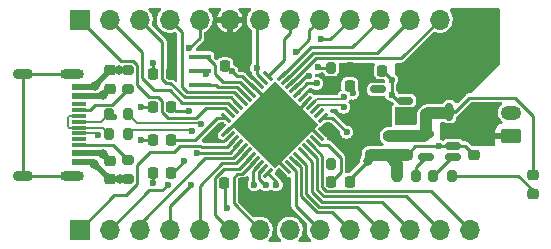
<source format=gtl>
%TF.GenerationSoftware,KiCad,Pcbnew,(6.0.0-0)*%
%TF.CreationDate,2023-05-28T12:50:48+10:00*%
%TF.ProjectId,atmega32u4-dev,61746d65-6761-4333-9275-342d6465762e,v1.0.0*%
%TF.SameCoordinates,Original*%
%TF.FileFunction,Copper,L1,Top*%
%TF.FilePolarity,Positive*%
%FSLAX46Y46*%
G04 Gerber Fmt 4.6, Leading zero omitted, Abs format (unit mm)*
G04 Created by KiCad (PCBNEW (6.0.0-0)) date 2023-05-28 12:50:48*
%MOMM*%
%LPD*%
G01*
G04 APERTURE LIST*
G04 Aperture macros list*
%AMRoundRect*
0 Rectangle with rounded corners*
0 $1 Rounding radius*
0 $2 $3 $4 $5 $6 $7 $8 $9 X,Y pos of 4 corners*
0 Add a 4 corners polygon primitive as box body*
4,1,4,$2,$3,$4,$5,$6,$7,$8,$9,$2,$3,0*
0 Add four circle primitives for the rounded corners*
1,1,$1+$1,$2,$3*
1,1,$1+$1,$4,$5*
1,1,$1+$1,$6,$7*
1,1,$1+$1,$8,$9*
0 Add four rect primitives between the rounded corners*
20,1,$1+$1,$2,$3,$4,$5,0*
20,1,$1+$1,$4,$5,$6,$7,0*
20,1,$1+$1,$6,$7,$8,$9,0*
20,1,$1+$1,$8,$9,$2,$3,0*%
%AMRotRect*
0 Rectangle, with rotation*
0 The origin of the aperture is its center*
0 $1 length*
0 $2 width*
0 $3 Rotation angle, in degrees counterclockwise*
0 Add horizontal line*
21,1,$1,$2,0,0,$3*%
G04 Aperture macros list end*
%TA.AperFunction,SMDPad,CuDef*%
%ADD10RoundRect,0.225000X0.250000X-0.225000X0.250000X0.225000X-0.250000X0.225000X-0.250000X-0.225000X0*%
%TD*%
%TA.AperFunction,SMDPad,CuDef*%
%ADD11RoundRect,0.225000X-0.250000X0.225000X-0.250000X-0.225000X0.250000X-0.225000X0.250000X0.225000X0*%
%TD*%
%TA.AperFunction,SMDPad,CuDef*%
%ADD12RoundRect,0.218750X-0.218750X-0.256250X0.218750X-0.256250X0.218750X0.256250X-0.218750X0.256250X0*%
%TD*%
%TA.AperFunction,SMDPad,CuDef*%
%ADD13RoundRect,0.150000X0.150000X-0.587500X0.150000X0.587500X-0.150000X0.587500X-0.150000X-0.587500X0*%
%TD*%
%TA.AperFunction,SMDPad,CuDef*%
%ADD14RoundRect,0.200000X-0.275000X0.200000X-0.275000X-0.200000X0.275000X-0.200000X0.275000X0.200000X0*%
%TD*%
%TA.AperFunction,SMDPad,CuDef*%
%ADD15RoundRect,0.200000X0.200000X0.275000X-0.200000X0.275000X-0.200000X-0.275000X0.200000X-0.275000X0*%
%TD*%
%TA.AperFunction,SMDPad,CuDef*%
%ADD16RoundRect,0.225000X0.225000X0.250000X-0.225000X0.250000X-0.225000X-0.250000X0.225000X-0.250000X0*%
%TD*%
%TA.AperFunction,SMDPad,CuDef*%
%ADD17RoundRect,0.062500X0.291682X0.380070X-0.380070X-0.291682X-0.291682X-0.380070X0.380070X0.291682X0*%
%TD*%
%TA.AperFunction,SMDPad,CuDef*%
%ADD18RoundRect,0.062500X-0.291682X0.380070X-0.380070X0.291682X0.291682X-0.380070X0.380070X-0.291682X0*%
%TD*%
%TA.AperFunction,SMDPad,CuDef*%
%ADD19RotRect,5.200000X5.200000X225.000000*%
%TD*%
%TA.AperFunction,SMDPad,CuDef*%
%ADD20RoundRect,0.200000X0.275000X-0.200000X0.275000X0.200000X-0.275000X0.200000X-0.275000X-0.200000X0*%
%TD*%
%TA.AperFunction,SMDPad,CuDef*%
%ADD21RoundRect,0.200000X-0.200000X-0.275000X0.200000X-0.275000X0.200000X0.275000X-0.200000X0.275000X0*%
%TD*%
%TA.AperFunction,ComponentPad*%
%ADD22RoundRect,0.250000X0.625000X-0.350000X0.625000X0.350000X-0.625000X0.350000X-0.625000X-0.350000X0*%
%TD*%
%TA.AperFunction,ComponentPad*%
%ADD23O,1.750000X1.200000*%
%TD*%
%TA.AperFunction,SMDPad,CuDef*%
%ADD24RoundRect,0.218750X0.256250X-0.218750X0.256250X0.218750X-0.256250X0.218750X-0.256250X-0.218750X0*%
%TD*%
%TA.AperFunction,SMDPad,CuDef*%
%ADD25RoundRect,0.150000X0.512500X0.150000X-0.512500X0.150000X-0.512500X-0.150000X0.512500X-0.150000X0*%
%TD*%
%TA.AperFunction,SMDPad,CuDef*%
%ADD26RoundRect,0.225000X-0.225000X-0.250000X0.225000X-0.250000X0.225000X0.250000X-0.225000X0.250000X0*%
%TD*%
%TA.AperFunction,SMDPad,CuDef*%
%ADD27R,1.900000X0.400000*%
%TD*%
%TA.AperFunction,SMDPad,CuDef*%
%ADD28R,0.450000X0.600000*%
%TD*%
%TA.AperFunction,SMDPad,CuDef*%
%ADD29R,1.160000X0.600000*%
%TD*%
%TA.AperFunction,SMDPad,CuDef*%
%ADD30R,1.160000X0.300000*%
%TD*%
%TA.AperFunction,ComponentPad*%
%ADD31O,1.700000X0.900000*%
%TD*%
%TA.AperFunction,ComponentPad*%
%ADD32O,2.000000X0.900000*%
%TD*%
%TA.AperFunction,ComponentPad*%
%ADD33R,1.700000X1.700000*%
%TD*%
%TA.AperFunction,ComponentPad*%
%ADD34O,1.700000X1.700000*%
%TD*%
%TA.AperFunction,ViaPad*%
%ADD35C,0.600000*%
%TD*%
%TA.AperFunction,ViaPad*%
%ADD36C,0.800000*%
%TD*%
%TA.AperFunction,Conductor*%
%ADD37C,0.250000*%
%TD*%
%TA.AperFunction,Conductor*%
%ADD38C,0.500000*%
%TD*%
%TA.AperFunction,Conductor*%
%ADD39C,1.000000*%
%TD*%
%TA.AperFunction,Conductor*%
%ADD40C,0.200000*%
%TD*%
G04 APERTURE END LIST*
D10*
%TO.P,C5,1*%
%TO.N,GND*%
X131191000Y-90183000D03*
%TO.P,C5,2*%
%TO.N,+BATT*%
X131191000Y-88633000D03*
%TD*%
D11*
%TO.P,C3,1*%
%TO.N,VBUS*%
X125476000Y-88633000D03*
%TO.P,C3,2*%
%TO.N,GND*%
X125476000Y-90183000D03*
%TD*%
D12*
%TO.P,D6,1,K*%
%TO.N,GND*%
X103987500Y-83312000D03*
%TO.P,D6,2,A*%
%TO.N,+3V3*%
X105562500Y-83312000D03*
%TD*%
D13*
%TO.P,Q1,1,G*%
%TO.N,VBUS*%
X129098000Y-86535500D03*
%TO.P,Q1,2,S*%
%TO.N,+BATT*%
X130998000Y-86535500D03*
%TO.P,Q1,3,D*%
%TO.N,/Vin*%
X130048000Y-84660500D03*
%TD*%
D14*
%TO.P,R5,1*%
%TO.N,Net-(J2-PadB5)*%
X101854000Y-90615000D03*
%TO.P,R5,2*%
%TO.N,GND*%
X101854000Y-92265000D03*
%TD*%
D15*
%TO.P,R8,1*%
%TO.N,+3V3*%
X120713000Y-82804000D03*
%TO.P,R8,2*%
%TO.N,/RST*%
X119063000Y-82804000D03*
%TD*%
D16*
%TO.P,C10,1*%
%TO.N,+3V3*%
X111595200Y-92608400D03*
%TO.P,C10,2*%
%TO.N,GND*%
X110045200Y-92608400D03*
%TD*%
%TO.P,C9,1*%
%TO.N,+3V3*%
X111646000Y-82677000D03*
%TO.P,C9,2*%
%TO.N,GND*%
X110096000Y-82677000D03*
%TD*%
D17*
%TO.P,U3,1,PE6*%
%TO.N,/D7*%
X118427736Y-87037798D03*
%TO.P,U3,2,UVCC*%
%TO.N,unconnected-(U3-Pad2)*%
X118074182Y-86684245D03*
%TO.P,U3,3,D-*%
%TO.N,/U_N*%
X117720629Y-86330691D03*
%TO.P,U3,4,D+*%
%TO.N,/U_P*%
X117367076Y-85977138D03*
%TO.P,U3,5,UGND*%
%TO.N,GND*%
X117013522Y-85623585D03*
%TO.P,U3,6,UCAP*%
%TO.N,+3V3*%
X116659969Y-85270031D03*
%TO.P,U3,7,VBUS*%
%TO.N,VBUS*%
X116306415Y-84916478D03*
%TO.P,U3,8,PB0*%
%TO.N,/RXLED*%
X115952862Y-84562924D03*
%TO.P,U3,9,PB1*%
%TO.N,/SCK*%
X115599309Y-84209371D03*
%TO.P,U3,10,PB2*%
%TO.N,/MOSI*%
X115245755Y-83855818D03*
%TO.P,U3,11,PB3*%
%TO.N,/MISO*%
X114892202Y-83502264D03*
D18*
%TO.P,U3,12,PB7*%
%TO.N,/D11*%
X113707798Y-83502264D03*
%TO.P,U3,13,~{RESET}*%
%TO.N,/RST*%
X113354245Y-83855818D03*
%TO.P,U3,14,VCC*%
%TO.N,+3V3*%
X113000691Y-84209371D03*
%TO.P,U3,15,GND*%
%TO.N,GND*%
X112647138Y-84562924D03*
%TO.P,U3,16,XTAL2*%
%TO.N,Net-(U3-Pad16)*%
X112293585Y-84916478D03*
%TO.P,U3,17,XTAL1*%
%TO.N,Net-(U3-Pad17)*%
X111940031Y-85270031D03*
%TO.P,U3,18,PD0*%
%TO.N,/SCL*%
X111586478Y-85623585D03*
%TO.P,U3,19,PD1*%
%TO.N,/SDA*%
X111232924Y-85977138D03*
%TO.P,U3,20,PD2*%
%TO.N,/RX*%
X110879371Y-86330691D03*
%TO.P,U3,21,PD3*%
%TO.N,/TX*%
X110525818Y-86684245D03*
%TO.P,U3,22,PD5*%
%TO.N,/TXLED*%
X110172264Y-87037798D03*
D17*
%TO.P,U3,23,GND*%
%TO.N,GND*%
X110172264Y-88222202D03*
%TO.P,U3,24,AVCC*%
%TO.N,+3V3*%
X110525818Y-88575755D03*
%TO.P,U3,25,PD4*%
%TO.N,/D4*%
X110879371Y-88929309D03*
%TO.P,U3,26,PD6*%
%TO.N,/D12*%
X111232924Y-89282862D03*
%TO.P,U3,27,PD7*%
%TO.N,/D6*%
X111586478Y-89636415D03*
%TO.P,U3,28,PB4*%
%TO.N,/D8*%
X111940031Y-89989969D03*
%TO.P,U3,29,PB5*%
%TO.N,/D9*%
X112293585Y-90343522D03*
%TO.P,U3,30,PB6*%
%TO.N,/D10*%
X112647138Y-90697076D03*
%TO.P,U3,31,PC6*%
%TO.N,/D5*%
X113000691Y-91050629D03*
%TO.P,U3,32,PC7*%
%TO.N,/D13*%
X113354245Y-91404182D03*
%TO.P,U3,33,~{HWB}/PE2*%
%TO.N,/HWB*%
X113707798Y-91757736D03*
D18*
%TO.P,U3,34,VCC*%
%TO.N,+3V3*%
X114892202Y-91757736D03*
%TO.P,U3,35,GND*%
%TO.N,GND*%
X115245755Y-91404182D03*
%TO.P,U3,36,PF7*%
%TO.N,/A0*%
X115599309Y-91050629D03*
%TO.P,U3,37,PF6*%
%TO.N,/A1*%
X115952862Y-90697076D03*
%TO.P,U3,38,PF5*%
%TO.N,/A2*%
X116306415Y-90343522D03*
%TO.P,U3,39,PF4*%
%TO.N,/A3*%
X116659969Y-89989969D03*
%TO.P,U3,40,PF1*%
%TO.N,/A4*%
X117013522Y-89636415D03*
%TO.P,U3,41,PF0*%
%TO.N,/A5*%
X117367076Y-89282862D03*
%TO.P,U3,42,AREF*%
%TO.N,Net-(C7-Pad1)*%
X117720629Y-88929309D03*
%TO.P,U3,43,GND*%
%TO.N,GND*%
X118074182Y-88575755D03*
%TO.P,U3,44,AVCC*%
%TO.N,+3V3*%
X118427736Y-88222202D03*
D19*
%TO.P,U3,45,GND*%
%TO.N,GND*%
X114300000Y-87630000D03*
%TD*%
D20*
%TO.P,R4,1*%
%TO.N,Net-(J2-PadA5)*%
X101854000Y-84645000D03*
%TO.P,R4,2*%
%TO.N,GND*%
X101854000Y-82995000D03*
%TD*%
D11*
%TO.P,C2,1*%
%TO.N,VBUS*%
X100330000Y-90678000D03*
%TO.P,C2,2*%
%TO.N,GND*%
X100330000Y-92228000D03*
%TD*%
D21*
%TO.P,R6,1*%
%TO.N,/D_P*%
X100275000Y-86741000D03*
%TO.P,R6,2*%
%TO.N,/U_P*%
X101925000Y-86741000D03*
%TD*%
D15*
%TO.P,R1,1*%
%TO.N,Net-(D1-Pad1)*%
X129349000Y-91948000D03*
%TO.P,R1,2*%
%TO.N,Net-(R1-Pad2)*%
X127699000Y-91948000D03*
%TD*%
D22*
%TO.P,J1,1,Pin_1*%
%TO.N,+BATT*%
X134329000Y-88630000D03*
D23*
%TO.P,J1,2,Pin_2*%
%TO.N,GND*%
X134329000Y-86630000D03*
%TD*%
D12*
%TO.P,D4,1,K*%
%TO.N,GND*%
X103987500Y-86106000D03*
%TO.P,D4,2,A*%
%TO.N,/RXLED*%
X105562500Y-86106000D03*
%TD*%
D24*
%TO.P,D1,1,K*%
%TO.N,Net-(D1-Pad1)*%
X136144000Y-93497500D03*
%TO.P,D1,2,A*%
%TO.N,VBUS*%
X136144000Y-91922500D03*
%TD*%
D16*
%TO.P,C4,1*%
%TO.N,/Vin*%
X124981000Y-83058000D03*
%TO.P,C4,2*%
%TO.N,GND*%
X123431000Y-83058000D03*
%TD*%
D25*
%TO.P,U2,1,VIN*%
%TO.N,/Vin*%
X125343500Y-86548000D03*
%TO.P,U2,2,GND*%
%TO.N,GND*%
X125343500Y-85598000D03*
%TO.P,U2,3,EN*%
%TO.N,/Vin*%
X125343500Y-84648000D03*
%TO.P,U2,4,NC*%
%TO.N,unconnected-(U2-Pad4)*%
X123068500Y-84648000D03*
%TO.P,U2,5,VOUT*%
%TO.N,+3V3*%
X123068500Y-86548000D03*
%TD*%
D10*
%TO.P,C1,1*%
%TO.N,VBUS*%
X100330000Y-84595000D03*
%TO.P,C1,2*%
%TO.N,GND*%
X100330000Y-83045000D03*
%TD*%
D25*
%TO.P,U1,1,~{CHRG}*%
%TO.N,Net-(R1-Pad2)*%
X129407500Y-90358000D03*
%TO.P,U1,2,GND*%
%TO.N,GND*%
X129407500Y-89408000D03*
%TO.P,U1,3,BAT*%
%TO.N,+BATT*%
X129407500Y-88458000D03*
%TO.P,U1,4,VCC*%
%TO.N,VBUS*%
X127132500Y-88458000D03*
%TO.P,U1,5,PROG*%
%TO.N,Net-(R2-Pad1)*%
X127132500Y-90358000D03*
%TD*%
D15*
%TO.P,R9,1*%
%TO.N,+3V3*%
X120713000Y-90932000D03*
%TO.P,R9,2*%
%TO.N,/HWB*%
X119063000Y-90932000D03*
%TD*%
D26*
%TO.P,C7,1*%
%TO.N,Net-(C7-Pad1)*%
X119113000Y-92456000D03*
%TO.P,C7,2*%
%TO.N,GND*%
X120663000Y-92456000D03*
%TD*%
D27*
%TO.P,Y1,1,1*%
%TO.N,Net-(U3-Pad17)*%
X107950000Y-84285000D03*
%TO.P,Y1,2,2*%
%TO.N,GND*%
X107950000Y-83085000D03*
%TO.P,Y1,3,3*%
%TO.N,Net-(U3-Pad16)*%
X107950000Y-81885000D03*
%TD*%
D26*
%TO.P,C8,1*%
%TO.N,+3V3*%
X119113000Y-84328000D03*
%TO.P,C8,2*%
%TO.N,GND*%
X120663000Y-84328000D03*
%TD*%
D28*
%TO.P,D2,1,K*%
%TO.N,/Vin*%
X127254000Y-84548000D03*
%TO.P,D2,2,A*%
%TO.N,VBUS*%
X127254000Y-86648000D03*
%TD*%
D12*
%TO.P,D5,1,K*%
%TO.N,GND*%
X103987500Y-88900000D03*
%TO.P,D5,2,A*%
%TO.N,/TXLED*%
X105562500Y-88900000D03*
%TD*%
D29*
%TO.P,J2,A1,GND*%
%TO.N,GND*%
X97760000Y-84430000D03*
%TO.P,J2,A4,VBUS*%
%TO.N,VBUS*%
X97760000Y-85230000D03*
D30*
%TO.P,J2,A5,CC1*%
%TO.N,Net-(J2-PadA5)*%
X97760000Y-86380000D03*
%TO.P,J2,A6,D+*%
%TO.N,/D_P*%
X97760000Y-87380000D03*
%TO.P,J2,A7,D-*%
%TO.N,/D_N*%
X97760000Y-87880000D03*
%TO.P,J2,A8,SBU1*%
%TO.N,unconnected-(J2-PadA8)*%
X97760000Y-88880000D03*
D29*
%TO.P,J2,A9,VBUS*%
%TO.N,VBUS*%
X97760000Y-90030000D03*
%TO.P,J2,A12,GND*%
%TO.N,GND*%
X97760000Y-90830000D03*
%TO.P,J2,B1,GND*%
X97760000Y-90830000D03*
%TO.P,J2,B4,VBUS*%
%TO.N,VBUS*%
X97760000Y-90030000D03*
D30*
%TO.P,J2,B5,CC2*%
%TO.N,Net-(J2-PadB5)*%
X97760000Y-89380000D03*
%TO.P,J2,B6,D+*%
%TO.N,/D_P*%
X97760000Y-88380000D03*
%TO.P,J2,B7,D-*%
%TO.N,/D_N*%
X97760000Y-86880000D03*
%TO.P,J2,B8,SBU2*%
%TO.N,unconnected-(J2-PadB8)*%
X97760000Y-85880000D03*
D29*
%TO.P,J2,B9,VBUS*%
%TO.N,VBUS*%
X97760000Y-85230000D03*
%TO.P,J2,B12,GND*%
%TO.N,GND*%
X97760000Y-84430000D03*
D31*
%TO.P,J2,S1,SHIELD*%
%TO.N,unconnected-(J2-PadS1)*%
X93010000Y-83310000D03*
D32*
X97180000Y-91950000D03*
X97180000Y-83310000D03*
D31*
X93010000Y-91950000D03*
%TD*%
D14*
%TO.P,R3,1*%
%TO.N,VBUS*%
X123952000Y-88583000D03*
%TO.P,R3,2*%
%TO.N,GND*%
X123952000Y-90233000D03*
%TD*%
D21*
%TO.P,R7,1*%
%TO.N,/D_N*%
X100275000Y-88392000D03*
%TO.P,R7,2*%
%TO.N,/U_N*%
X101925000Y-88392000D03*
%TD*%
D12*
%TO.P,D3,1,K*%
%TO.N,GND*%
X103987500Y-91694000D03*
%TO.P,D3,2,A*%
%TO.N,/D13*%
X105562500Y-91694000D03*
%TD*%
D15*
%TO.P,R2,1*%
%TO.N,Net-(R2-Pad1)*%
X126301000Y-91948000D03*
%TO.P,R2,2*%
%TO.N,GND*%
X124651000Y-91948000D03*
%TD*%
D11*
%TO.P,C6,1*%
%TO.N,+3V3*%
X122428000Y-88633000D03*
%TO.P,C6,2*%
%TO.N,GND*%
X122428000Y-90183000D03*
%TD*%
D33*
%TO.P,J3,1,Pin_1*%
%TO.N,/D4*%
X97790000Y-96520000D03*
D34*
%TO.P,J3,2,Pin_2*%
%TO.N,/D5*%
X100330000Y-96520000D03*
%TO.P,J3,3,Pin_3*%
%TO.N,/D6*%
X102870000Y-96520000D03*
%TO.P,J3,4,Pin_4*%
%TO.N,/D7*%
X105410000Y-96520000D03*
%TO.P,J3,5,Pin_5*%
%TO.N,/D8*%
X107950000Y-96520000D03*
%TO.P,J3,6,Pin_6*%
%TO.N,/D9*%
X110490000Y-96520000D03*
%TO.P,J3,7,Pin_7*%
%TO.N,/D10*%
X113030000Y-96520000D03*
%TO.P,J3,8,Pin_8*%
%TO.N,GND*%
X115570000Y-96520000D03*
%TO.P,J3,9,Pin_9*%
%TO.N,/A0*%
X118110000Y-96520000D03*
%TO.P,J3,10,Pin_10*%
%TO.N,/A1*%
X120650000Y-96520000D03*
%TO.P,J3,11,Pin_11*%
%TO.N,/A2*%
X123190000Y-96520000D03*
%TO.P,J3,12,Pin_12*%
%TO.N,/A3*%
X125730000Y-96520000D03*
%TO.P,J3,13,Pin_13*%
%TO.N,/A4*%
X128270000Y-96520000D03*
%TO.P,J3,14,Pin_14*%
%TO.N,/A5*%
X130810000Y-96520000D03*
%TD*%
D33*
%TO.P,J4,1,Pin_1*%
%TO.N,/TX*%
X97790000Y-78740000D03*
D34*
%TO.P,J4,2,Pin_2*%
%TO.N,/RX*%
X100330000Y-78740000D03*
%TO.P,J4,3,Pin_3*%
%TO.N,/SDA*%
X102870000Y-78740000D03*
%TO.P,J4,4,Pin_4*%
%TO.N,/SCL*%
X105410000Y-78740000D03*
%TO.P,J4,5,Pin_5*%
%TO.N,/HWB*%
X107950000Y-78740000D03*
%TO.P,J4,6,Pin_6*%
%TO.N,+3V3*%
X110490000Y-78740000D03*
%TO.P,J4,7,Pin_7*%
%TO.N,/RST*%
X113030000Y-78740000D03*
%TO.P,J4,8,Pin_8*%
%TO.N,/D11*%
X115570000Y-78740000D03*
%TO.P,J4,9,Pin_9*%
%TO.N,/D12*%
X118110000Y-78740000D03*
%TO.P,J4,10,Pin_10*%
%TO.N,/D13*%
X120650000Y-78740000D03*
%TO.P,J4,11,Pin_11*%
%TO.N,/MISO*%
X123190000Y-78740000D03*
%TO.P,J4,12,Pin_12*%
%TO.N,/MOSI*%
X125730000Y-78740000D03*
%TO.P,J4,13,Pin_13*%
%TO.N,/SCK*%
X128270000Y-78740000D03*
%TO.P,J4,14,Pin_14*%
%TO.N,/Vin*%
X130810000Y-78740000D03*
%TD*%
D35*
%TO.N,VBUS*%
X124523000Y-88583000D03*
D36*
X99758500Y-90106500D03*
D35*
X117856000Y-84142929D03*
D36*
X99765000Y-85160000D03*
%TO.N,GND*%
X115189000Y-86233000D03*
D35*
X110674000Y-83128000D03*
D36*
X114300000Y-85471000D03*
X99053500Y-84321500D03*
X101193000Y-92228000D03*
D35*
X124206000Y-85090000D03*
X124206000Y-83820000D03*
X104013000Y-92583000D03*
X128220480Y-89457520D03*
D36*
X113411000Y-86233000D03*
D35*
X102997000Y-86106000D03*
X110249931Y-94669020D03*
D36*
X124651000Y-90932000D03*
D35*
X108458000Y-83312000D03*
D36*
X101105000Y-83045000D03*
D35*
X102997000Y-88900000D03*
D36*
X99047000Y-90945000D03*
D35*
X120904000Y-84963000D03*
D36*
X122191592Y-90670192D03*
D35*
X104013000Y-82423000D03*
%TO.N,+3V3*%
X121920000Y-82804000D03*
X115062000Y-92202000D03*
X105791000Y-80264000D03*
X108966000Y-88773000D03*
X119380000Y-88900000D03*
X111125000Y-80772000D03*
%TO.N,/D_P*%
X99314000Y-88479500D03*
X100711000Y-86995000D03*
%TO.N,/U_P*%
X120142000Y-85300000D03*
X108077000Y-87538500D03*
%TO.N,/U_N*%
X120142000Y-86150000D03*
X107315000Y-88138000D03*
%TO.N,/RST*%
X112776000Y-82804000D03*
X117935429Y-82756429D03*
%TO.N,/HWB*%
X107076020Y-81185498D03*
X119063000Y-90932000D03*
X114427000Y-92720500D03*
%TO.N,/D13*%
X106619411Y-90738589D03*
X118237000Y-80424098D03*
X113563400Y-92720500D03*
%TO.N,/RXLED*%
X117173429Y-83518429D03*
X107061000Y-86453980D03*
%TO.N,/D7*%
X107188000Y-92710000D03*
X120396000Y-88265000D03*
%TO.N,/D12*%
X107756589Y-90043000D03*
X116126839Y-81455839D03*
%TO.N,/D5*%
X105285911Y-92712911D03*
X112565302Y-92717498D03*
%TD*%
D37*
%TO.N,VBUS*%
X134625468Y-85344000D02*
X130773072Y-85344000D01*
D38*
X99758500Y-90106500D02*
X100330000Y-90678000D01*
D39*
X127254000Y-86648000D02*
X128985500Y-86648000D01*
X123952000Y-88583000D02*
X124523000Y-88583000D01*
D38*
X97760000Y-85230000D02*
X99695000Y-85230000D01*
X99695000Y-85230000D02*
X99765000Y-85160000D01*
D37*
X136144000Y-91922500D02*
X136144000Y-86862532D01*
X116306415Y-84916478D02*
X117079964Y-84142929D01*
D38*
X99682000Y-90030000D02*
X99758500Y-90106500D01*
D39*
X125426000Y-88583000D02*
X125476000Y-88633000D01*
D38*
X97760000Y-90030000D02*
X99682000Y-90030000D01*
D39*
X128985500Y-86648000D02*
X129098000Y-86535500D01*
D37*
X136144000Y-86862532D02*
X134625468Y-85344000D01*
D39*
X124523000Y-88583000D02*
X125426000Y-88583000D01*
D37*
X129581572Y-86535500D02*
X129098000Y-86535500D01*
D39*
X125476000Y-88633000D02*
X126957500Y-88633000D01*
X126957500Y-88633000D02*
X127132500Y-88458000D01*
D37*
X117079964Y-84142929D02*
X117856000Y-84142929D01*
D39*
X127132500Y-88458000D02*
X127132500Y-86769500D01*
X127132500Y-86769500D02*
X127254000Y-86648000D01*
D38*
X99765000Y-85160000D02*
X100330000Y-84595000D01*
D37*
X130773072Y-85344000D02*
X129581572Y-86535500D01*
D38*
%TO.N,GND*%
X101817000Y-92228000D02*
X101854000Y-92265000D01*
D37*
X103987500Y-88900000D02*
X102997000Y-88900000D01*
X124206000Y-83820000D02*
X124206000Y-85090000D01*
X122191592Y-90670192D02*
X122428000Y-90433783D01*
X110674000Y-83128000D02*
X110223000Y-82677000D01*
D38*
X100330000Y-83045000D02*
X101105000Y-83045000D01*
D37*
X111081880Y-83535880D02*
X110674000Y-83128000D01*
X123444000Y-83058000D02*
X124206000Y-83820000D01*
X126201480Y-89457520D02*
X125476000Y-90183000D01*
D38*
X100330000Y-92228000D02*
X101193000Y-92228000D01*
D37*
X130416000Y-89408000D02*
X129407500Y-89408000D01*
X115007107Y-87630000D02*
X117013522Y-85623585D01*
X110096000Y-92583000D02*
X110096000Y-94515089D01*
X103987500Y-82448500D02*
X104013000Y-82423000D01*
X110799142Y-87630000D02*
X114300000Y-87630000D01*
X124714000Y-85598000D02*
X125343500Y-85598000D01*
X111548704Y-83535880D02*
X111081880Y-83535880D01*
D38*
X97760000Y-90830000D02*
X98932000Y-90830000D01*
D37*
X103987500Y-92557500D02*
X104013000Y-92583000D01*
X112647138Y-84562924D02*
X113555214Y-85471000D01*
X114300000Y-87630000D02*
X117128427Y-87630000D01*
X129407500Y-89408000D02*
X129357980Y-89457520D01*
X110172264Y-88222202D02*
X110206940Y-88222202D01*
X131191000Y-90183000D02*
X130416000Y-89408000D01*
X129357980Y-89457520D02*
X128220480Y-89457520D01*
D38*
X101105000Y-83045000D02*
X101804000Y-83045000D01*
D37*
X110206940Y-88222202D02*
X110799142Y-87630000D01*
X124206000Y-85090000D02*
X124714000Y-85598000D01*
D38*
X98932000Y-90830000D02*
X99047000Y-90945000D01*
D37*
X122428000Y-90433783D02*
X122428000Y-90183000D01*
D38*
X101804000Y-83045000D02*
X101854000Y-82995000D01*
D37*
X117128427Y-87630000D02*
X118074182Y-88575755D01*
X120663000Y-92456000D02*
X120663000Y-92198783D01*
X112575749Y-84562924D02*
X111548704Y-83535880D01*
X103987500Y-91694000D02*
X103987500Y-92557500D01*
D38*
X97760000Y-84430000D02*
X98945000Y-84430000D01*
D39*
X124651000Y-90932000D02*
X123952000Y-90233000D01*
D37*
X114300000Y-87630000D02*
X115007107Y-87630000D01*
X113555214Y-85471000D02*
X114300000Y-85471000D01*
D39*
X122428000Y-90183000D02*
X125476000Y-90183000D01*
D37*
X112647138Y-84562924D02*
X112575749Y-84562924D01*
X123431000Y-83058000D02*
X123444000Y-83058000D01*
X120663000Y-92198783D02*
X122191592Y-90670192D01*
X114300000Y-87630000D02*
X114300000Y-90458427D01*
D38*
X101193000Y-92228000D02*
X101817000Y-92228000D01*
D37*
X103987500Y-86106000D02*
X102997000Y-86106000D01*
X110096000Y-94515089D02*
X110249931Y-94669020D01*
D38*
X98945000Y-84430000D02*
X99053500Y-84321500D01*
D39*
X124651000Y-91948000D02*
X124651000Y-90932000D01*
D38*
X99047000Y-90945000D02*
X100330000Y-92228000D01*
D37*
X114300000Y-90458427D02*
X115245755Y-91404182D01*
X103987500Y-83312000D02*
X103987500Y-82448500D01*
D38*
X99053500Y-84321500D02*
X100330000Y-83045000D01*
D37*
X128220480Y-89457520D02*
X126201480Y-89457520D01*
%TO.N,Net-(C7-Pad1)*%
X119888000Y-90424000D02*
X119888000Y-91681000D01*
X118806844Y-89342844D02*
X119888000Y-90424000D01*
X119888000Y-91681000D02*
X119113000Y-92456000D01*
X117720629Y-88929309D02*
X118134164Y-89342844D01*
X118134164Y-89342844D02*
X118806844Y-89342844D01*
%TO.N,+3V3*%
X113000691Y-84209371D02*
X111773000Y-82981680D01*
X111773000Y-82981680D02*
X111773000Y-82677000D01*
%TO.N,Net-(R1-Pad2)*%
X129289000Y-90358000D02*
X127699000Y-91948000D01*
X129407500Y-90358000D02*
X129289000Y-90358000D01*
%TO.N,Net-(D1-Pad1)*%
X129349000Y-91948000D02*
X134926201Y-91948000D01*
X134926201Y-91948000D02*
X136144000Y-93165799D01*
X136144000Y-93165799D02*
X136144000Y-93497500D01*
%TO.N,unconnected-(J2-PadS1)*%
X93010000Y-83310000D02*
X93010000Y-91950000D01*
X93010000Y-83310000D02*
X97180000Y-83310000D01*
X93010000Y-91950000D02*
X97180000Y-91950000D01*
D40*
%TO.N,/D_N*%
X97760000Y-87880000D02*
X99763000Y-87880000D01*
X96774000Y-87723022D02*
X96930978Y-87880000D01*
X96930978Y-86880000D02*
X96774000Y-87036978D01*
X96774000Y-87036978D02*
X96774000Y-87723022D01*
X99763000Y-87880000D02*
X100275000Y-88392000D01*
X97760000Y-86880000D02*
X96930978Y-86880000D01*
X96930978Y-87880000D02*
X97760000Y-87880000D01*
%TO.N,/D_P*%
X99636000Y-87380000D02*
X100275000Y-86741000D01*
X99214500Y-88380000D02*
X97760000Y-88380000D01*
X99314000Y-88479500D02*
X99214500Y-88380000D01*
X97760000Y-87380000D02*
X99636000Y-87380000D01*
D37*
%TO.N,Net-(J2-PadA5)*%
X99077542Y-85941480D02*
X98639022Y-86380000D01*
X98639022Y-86380000D02*
X97760000Y-86380000D01*
X101854000Y-84645000D02*
X100557520Y-85941480D01*
X100557520Y-85941480D02*
X99077542Y-85941480D01*
%TO.N,Net-(J2-PadB5)*%
X100619000Y-89380000D02*
X97760000Y-89380000D01*
X101854000Y-90615000D02*
X100619000Y-89380000D01*
%TO.N,Net-(R2-Pad1)*%
X126301000Y-91948000D02*
X126301000Y-91189500D01*
X126301000Y-91189500D02*
X127132500Y-90358000D01*
D40*
%TO.N,/U_P*%
X108041500Y-87503000D02*
X102687000Y-87503000D01*
X119942001Y-85499999D02*
X120142000Y-85300000D01*
X117402430Y-85977138D02*
X117879569Y-85499999D01*
X117367076Y-85977138D02*
X117402430Y-85977138D01*
X102687000Y-87503000D02*
X101925000Y-86741000D01*
X117879569Y-85499999D02*
X119942001Y-85499999D01*
X108077000Y-87538500D02*
X108041500Y-87503000D01*
%TO.N,/U_N*%
X102191520Y-88125480D02*
X101925000Y-88392000D01*
X118073811Y-85942155D02*
X118515818Y-85942155D01*
X117720629Y-86295337D02*
X118073811Y-85942155D01*
X117720629Y-86330691D02*
X117720629Y-86295337D01*
X118515818Y-85942155D02*
X118523664Y-85950001D01*
X118523664Y-85950001D02*
X119942001Y-85950001D01*
X119942001Y-85950001D02*
X120142000Y-86150000D01*
X107315000Y-88138000D02*
X107302480Y-88125480D01*
X107302480Y-88125480D02*
X102191520Y-88125480D01*
D37*
%TO.N,/RST*%
X113319818Y-83855818D02*
X112776000Y-83312000D01*
X112776000Y-78994000D02*
X113030000Y-78740000D01*
X112776000Y-83312000D02*
X112776000Y-82804000D01*
X119063000Y-82804000D02*
X117983000Y-82804000D01*
X113354245Y-83855818D02*
X113319818Y-83855818D01*
X112776000Y-82804000D02*
X112776000Y-78994000D01*
X117983000Y-82804000D02*
X117935429Y-82756429D01*
%TO.N,/HWB*%
X114427000Y-92476938D02*
X113707798Y-91757736D01*
X107076020Y-81185498D02*
X107950000Y-80311518D01*
X107950000Y-80311518D02*
X107950000Y-78740000D01*
X114427000Y-92720500D02*
X114427000Y-92476938D01*
%TO.N,/D13*%
X112940709Y-92209727D02*
X112940709Y-91783291D01*
X112940709Y-91783291D02*
X113319818Y-91404182D01*
X105562500Y-91694000D02*
X105664000Y-91694000D01*
X118237000Y-80424098D02*
X118965902Y-80424098D01*
X113319818Y-91404182D02*
X113354245Y-91404182D01*
X105664000Y-91694000D02*
X106619411Y-90738589D01*
X113563400Y-92720500D02*
X113451482Y-92720500D01*
X113451482Y-92720500D02*
X112940709Y-92209727D01*
X118965902Y-80424098D02*
X120650000Y-78740000D01*
%TO.N,/RXLED*%
X105910480Y-86453980D02*
X107061000Y-86453980D01*
X115952862Y-84562924D02*
X116997357Y-83518429D01*
X105562500Y-86106000D02*
X105910480Y-86453980D01*
X116997357Y-83518429D02*
X117173429Y-83518429D01*
%TO.N,/TXLED*%
X109460895Y-87037798D02*
X110172264Y-87037798D01*
X105562500Y-88900000D02*
X107598693Y-88900000D01*
X107598693Y-88900000D02*
X109460895Y-87037798D01*
%TO.N,/D7*%
X107188000Y-92710000D02*
X105410000Y-94488000D01*
X105410000Y-94488000D02*
X105410000Y-96520000D01*
X119168798Y-87037798D02*
X118427736Y-87037798D01*
X120396000Y-88265000D02*
X119168798Y-87037798D01*
%TO.N,/SCK*%
X115599309Y-84209371D02*
X117804200Y-82004480D01*
X128270000Y-78740000D02*
X125005520Y-82004480D01*
X125005520Y-82004480D02*
X124751520Y-82004480D01*
X117804200Y-82004480D02*
X124751520Y-82004480D01*
%TO.N,/MOSI*%
X115245755Y-83855818D02*
X117567573Y-81534000D01*
X117567573Y-81534000D02*
X122936000Y-81534000D01*
X125730000Y-78740000D02*
X122936000Y-81534000D01*
%TO.N,/MISO*%
X117381375Y-81084480D02*
X120835480Y-81084480D01*
X123190000Y-78740000D02*
X120845520Y-81084480D01*
X114963591Y-83502264D02*
X117381375Y-81084480D01*
X120845520Y-81084480D02*
X120835480Y-81084480D01*
X114892202Y-83502264D02*
X114963591Y-83502264D01*
%TO.N,/D11*%
X115062000Y-82148062D02*
X115062000Y-80391000D01*
X115062000Y-80391000D02*
X115570000Y-79883000D01*
X113707798Y-83502264D02*
X115062000Y-82148062D01*
X115570000Y-79883000D02*
X115570000Y-78740000D01*
%TO.N,Net-(U3-Pad16)*%
X109224511Y-83316511D02*
X109224511Y-82560489D01*
X112293585Y-84916478D02*
X111362507Y-83985400D01*
X109893400Y-83985400D02*
X109224511Y-83316511D01*
X108549022Y-81885000D02*
X107950000Y-81885000D01*
X111362507Y-83985400D02*
X109893400Y-83985400D01*
X109224511Y-82560489D02*
X108549022Y-81885000D01*
%TO.N,Net-(U3-Pad17)*%
X111104920Y-84434920D02*
X109474000Y-84434920D01*
X111940031Y-85270031D02*
X111104920Y-84434920D01*
X109474000Y-84434920D02*
X109324080Y-84285000D01*
X109324080Y-84285000D02*
X107950000Y-84285000D01*
%TO.N,/SCL*%
X106451520Y-84417020D02*
X106451520Y-79781520D01*
X106918940Y-84884440D02*
X106451520Y-84417020D01*
X111586478Y-85623585D02*
X110847333Y-84884440D01*
X110847333Y-84884440D02*
X106918940Y-84884440D01*
X106451520Y-79781520D02*
X105410000Y-78740000D01*
%TO.N,/SDA*%
X105448238Y-84111520D02*
X106670678Y-85333960D01*
X104800480Y-83793279D02*
X105118721Y-84111520D01*
X110589746Y-85333960D02*
X111232924Y-85977138D01*
X106670678Y-85333960D02*
X110589746Y-85333960D01*
X105118721Y-84111520D02*
X105448238Y-84111520D01*
X102870000Y-78740000D02*
X104800480Y-80670480D01*
X104800480Y-80670480D02*
X104800480Y-83793279D01*
%TO.N,/RX*%
X106484480Y-85783480D02*
X105410000Y-84709000D01*
X103103040Y-83693000D02*
X103103040Y-81513040D01*
X104119040Y-84709000D02*
X103103040Y-83693000D01*
X110879371Y-86330691D02*
X110332160Y-85783480D01*
X110332160Y-85783480D02*
X106484480Y-85783480D01*
X105410000Y-84709000D02*
X104119040Y-84709000D01*
X103103040Y-81513040D02*
X100330000Y-78740000D01*
%TO.N,/TX*%
X104431279Y-85306480D02*
X103646681Y-85306480D01*
X103646681Y-85306480D02*
X102653520Y-84313319D01*
X104749520Y-85624721D02*
X104431279Y-85306480D01*
X104749520Y-86536319D02*
X104749520Y-85624721D01*
X107612520Y-87078480D02*
X105291681Y-87078480D01*
X105291681Y-87078480D02*
X104749520Y-86536319D01*
X108458000Y-86233000D02*
X107612520Y-87078480D01*
X110525818Y-86684245D02*
X110074573Y-86233000D01*
X102346263Y-82270480D02*
X101320480Y-82270480D01*
X110074573Y-86233000D02*
X108458000Y-86233000D01*
X101320480Y-82270480D02*
X97790000Y-78740000D01*
X102653520Y-82577737D02*
X102346263Y-82270480D01*
X102653520Y-84313319D02*
X102653520Y-82577737D01*
%TO.N,/D4*%
X108015271Y-89418489D02*
X106288511Y-89418489D01*
X100711000Y-93599000D02*
X97790000Y-96520000D01*
X103759000Y-89916000D02*
X102653520Y-91021480D01*
X108157182Y-89560400D02*
X108015271Y-89418489D01*
X102653520Y-92682263D02*
X101736783Y-93599000D01*
X105791000Y-89916000D02*
X103759000Y-89916000D01*
X110248280Y-89560400D02*
X108157182Y-89560400D01*
X110879371Y-88929309D02*
X110248280Y-89560400D01*
X106288511Y-89418489D02*
X105791000Y-89916000D01*
X101736783Y-93599000D02*
X100711000Y-93599000D01*
X102653520Y-91021480D02*
X102653520Y-92682263D01*
%TO.N,/D12*%
X107789669Y-90009920D02*
X107756589Y-90043000D01*
X117221000Y-80391000D02*
X116156161Y-81455839D01*
X111232924Y-89282862D02*
X111224738Y-89282862D01*
X111224738Y-89282862D02*
X110497680Y-90009920D01*
X117221000Y-79629000D02*
X117221000Y-80391000D01*
X110497680Y-90009920D02*
X107789669Y-90009920D01*
X116156161Y-81455839D02*
X116126839Y-81455839D01*
X118110000Y-78740000D02*
X117221000Y-79629000D01*
%TO.N,/D6*%
X110763453Y-90459440D02*
X108422560Y-90459440D01*
X102870000Y-96012000D02*
X102870000Y-96520000D01*
X108422560Y-90459440D02*
X102870000Y-96012000D01*
X111586478Y-89636415D02*
X110763453Y-90459440D01*
%TO.N,/D8*%
X109856784Y-90908960D02*
X107950000Y-92815744D01*
X111021040Y-90908960D02*
X109856784Y-90908960D01*
X111940031Y-89989969D02*
X111021040Y-90908960D01*
X107950000Y-92815744D02*
X107950000Y-96520000D01*
%TO.N,/D9*%
X112293585Y-90343522D02*
X111278627Y-91358480D01*
X111278627Y-91358480D02*
X110042982Y-91358480D01*
X109270680Y-95300680D02*
X110490000Y-96520000D01*
X109270680Y-92130782D02*
X109270680Y-95300680D01*
X110042982Y-91358480D02*
X109270680Y-92130782D01*
%TO.N,/D10*%
X110820200Y-94310200D02*
X113030000Y-96520000D01*
X111536214Y-91808000D02*
X111142502Y-91808000D01*
X111142502Y-91808000D02*
X110820200Y-92130302D01*
X112647138Y-90697076D02*
X111536214Y-91808000D01*
X110820200Y-92130302D02*
X110820200Y-94310200D01*
%TO.N,/D5*%
X112491189Y-92643385D02*
X112491189Y-91560131D01*
X112491189Y-91560131D02*
X113000691Y-91050629D01*
X105285911Y-92712911D02*
X104791311Y-93207511D01*
X103642489Y-93207511D02*
X100330000Y-96520000D01*
X104791311Y-93207511D02*
X103642489Y-93207511D01*
X112565302Y-92717498D02*
X112491189Y-92643385D01*
%TO.N,/A0*%
X115599309Y-91050629D02*
X116090880Y-91542200D01*
X116090880Y-94500880D02*
X118110000Y-96520000D01*
X116090880Y-91542200D02*
X116090880Y-94500880D01*
%TO.N,/A1*%
X117900949Y-95053600D02*
X119183599Y-95053599D01*
X115952862Y-90697076D02*
X116024252Y-90697076D01*
X116540400Y-91213224D02*
X116540400Y-93693052D01*
X116540400Y-93693052D02*
X117900949Y-95053600D01*
X119183599Y-95053599D02*
X120650000Y-96520000D01*
X116024252Y-90697076D02*
X116540400Y-91213224D01*
%TO.N,/A2*%
X123190000Y-96520000D02*
X121274080Y-94604080D01*
X121274080Y-94604080D02*
X118087146Y-94604080D01*
X116989920Y-93506855D02*
X116989920Y-91027027D01*
X118087146Y-94604080D02*
X116989920Y-93506855D01*
X116989920Y-91027027D02*
X116306415Y-90343522D01*
%TO.N,/A3*%
X125730000Y-96520000D02*
X123364560Y-94154560D01*
X117439440Y-93320658D02*
X117439440Y-90769440D01*
X117439440Y-90769440D02*
X116659969Y-89989969D01*
X123364560Y-94154560D02*
X118273343Y-94154560D01*
X118273343Y-94154560D02*
X117439440Y-93320658D01*
%TO.N,/A4*%
X117888960Y-90456960D02*
X117888960Y-93134461D01*
X125455040Y-93705040D02*
X128270000Y-96520000D01*
X117888960Y-93134461D02*
X118459540Y-93705040D01*
X117013522Y-89636415D02*
X117068415Y-89636415D01*
X118459540Y-93705040D02*
X125455040Y-93705040D01*
X117068415Y-89636415D02*
X117888960Y-90456960D01*
%TO.N,/A5*%
X118338480Y-92948263D02*
X118645737Y-93255520D01*
X118645737Y-93255520D02*
X127545520Y-93255520D01*
X118338480Y-90254266D02*
X118338480Y-92948263D01*
X127545520Y-93255520D02*
X130810000Y-96520000D01*
X117367076Y-89282862D02*
X118338480Y-90254266D01*
%TD*%
%TA.AperFunction,Conductor*%
%TO.N,/Vin*%
G36*
X133292121Y-77744002D02*
G01*
X133338614Y-77797658D01*
X133350000Y-77850000D01*
X133350000Y-82497810D01*
X133329998Y-82565931D01*
X133313095Y-82586905D01*
X130972405Y-84927595D01*
X130910093Y-84961621D01*
X130883310Y-84964500D01*
X130826992Y-84964500D01*
X130803045Y-84961951D01*
X130801379Y-84961872D01*
X130791196Y-84959680D01*
X130780854Y-84960904D01*
X130780851Y-84960904D01*
X130757859Y-84963626D01*
X130751918Y-84963977D01*
X130751926Y-84964072D01*
X130746746Y-84964500D01*
X130741548Y-84964500D01*
X130736426Y-84965353D01*
X130736421Y-84965353D01*
X130722499Y-84967671D01*
X130716622Y-84968508D01*
X130710121Y-84969277D01*
X130676069Y-84973307D01*
X130676067Y-84973308D01*
X130665731Y-84974531D01*
X130657482Y-84978492D01*
X130648446Y-84979996D01*
X130639277Y-84984943D01*
X130639275Y-84984944D01*
X130603312Y-85004348D01*
X130598023Y-85007043D01*
X130563756Y-85023498D01*
X130551840Y-85029220D01*
X130547564Y-85032814D01*
X130545624Y-85034754D01*
X130543713Y-85036507D01*
X130543623Y-85036556D01*
X130543511Y-85036433D01*
X130542976Y-85036905D01*
X130537258Y-85039990D01*
X130530191Y-85047635D01*
X130500656Y-85079586D01*
X130497226Y-85083152D01*
X129801116Y-85779262D01*
X129738804Y-85813288D01*
X129667989Y-85808223D01*
X129611153Y-85765676D01*
X129599754Y-85747369D01*
X129583828Y-85716111D01*
X129583825Y-85716107D01*
X129579326Y-85707277D01*
X129488723Y-85616674D01*
X129374555Y-85558502D01*
X129279834Y-85543500D01*
X128916166Y-85543500D01*
X128821445Y-85558502D01*
X128707277Y-85616674D01*
X128616674Y-85707277D01*
X128558502Y-85821445D01*
X128555719Y-85820027D01*
X128524924Y-85865051D01*
X128459525Y-85892680D01*
X128445176Y-85893500D01*
X127320765Y-85893500D01*
X127301815Y-85892067D01*
X127287745Y-85889926D01*
X127287741Y-85889926D01*
X127280511Y-85888826D01*
X127273220Y-85889419D01*
X127273217Y-85889419D01*
X127228152Y-85893085D01*
X127217937Y-85893500D01*
X127209947Y-85893500D01*
X127202698Y-85894345D01*
X127181887Y-85896771D01*
X127177513Y-85897204D01*
X127112451Y-85902496D01*
X127112448Y-85902497D01*
X127105153Y-85903090D01*
X127098193Y-85905345D01*
X127092316Y-85906519D01*
X127086513Y-85907891D01*
X127079246Y-85908738D01*
X127010963Y-85933524D01*
X127006876Y-85934927D01*
X126937778Y-85957311D01*
X126931517Y-85961110D01*
X126926068Y-85963605D01*
X126920742Y-85966272D01*
X126913866Y-85968768D01*
X126883430Y-85988723D01*
X126853145Y-86008579D01*
X126849424Y-86010926D01*
X126792170Y-86045668D01*
X126792166Y-86045671D01*
X126787367Y-86048583D01*
X126779027Y-86055949D01*
X126779004Y-86055923D01*
X126775961Y-86058623D01*
X126772857Y-86061218D01*
X126766732Y-86065234D01*
X126761698Y-86070548D01*
X126713767Y-86121145D01*
X126711389Y-86123587D01*
X126646200Y-86188776D01*
X126631787Y-86201163D01*
X126614429Y-86213937D01*
X126609686Y-86219520D01*
X126580411Y-86253979D01*
X126573481Y-86261495D01*
X126567838Y-86267138D01*
X126550306Y-86289298D01*
X126547539Y-86292673D01*
X126500518Y-86348020D01*
X126497189Y-86354540D01*
X126493869Y-86359518D01*
X126490736Y-86364591D01*
X126486193Y-86370333D01*
X126483093Y-86376966D01*
X126455447Y-86436117D01*
X126453516Y-86440067D01*
X126420507Y-86504712D01*
X126418767Y-86511822D01*
X126416677Y-86517442D01*
X126414797Y-86523093D01*
X126411699Y-86529722D01*
X126410209Y-86536886D01*
X126410208Y-86536889D01*
X126396915Y-86600803D01*
X126395949Y-86605073D01*
X126378689Y-86675608D01*
X126378000Y-86686714D01*
X126377966Y-86686712D01*
X126377723Y-86690771D01*
X126377363Y-86694805D01*
X126375872Y-86701973D01*
X126376070Y-86709290D01*
X126377954Y-86778915D01*
X126378000Y-86782323D01*
X126378000Y-87504000D01*
X126357998Y-87572121D01*
X126304342Y-87618614D01*
X126252000Y-87630000D01*
X124586000Y-87630000D01*
X124517879Y-87609998D01*
X124471386Y-87556342D01*
X124460000Y-87504000D01*
X124460000Y-86218560D01*
X124480002Y-86150439D01*
X124533658Y-86103946D01*
X124603932Y-86093842D01*
X124643204Y-86106294D01*
X124672351Y-86121145D01*
X124704445Y-86137498D01*
X124799166Y-86152500D01*
X125887834Y-86152500D01*
X125982555Y-86137498D01*
X126096723Y-86079326D01*
X126187326Y-85988723D01*
X126245498Y-85874555D01*
X126260500Y-85779834D01*
X126260500Y-85416166D01*
X126245498Y-85321445D01*
X126187326Y-85207277D01*
X126096723Y-85116674D01*
X125982555Y-85058502D01*
X125887834Y-85043500D01*
X124868122Y-85043500D01*
X124800001Y-85023498D01*
X124753508Y-84969842D01*
X124747130Y-84952100D01*
X124746228Y-84945246D01*
X124690355Y-84810358D01*
X124611537Y-84707640D01*
X124585937Y-84641419D01*
X124585500Y-84630936D01*
X124585500Y-84279064D01*
X124605502Y-84210943D01*
X124611537Y-84202360D01*
X124685328Y-84106193D01*
X124690355Y-84099642D01*
X124746228Y-83964754D01*
X124765285Y-83820000D01*
X124746228Y-83675246D01*
X124690355Y-83540358D01*
X124601474Y-83424526D01*
X124594924Y-83419500D01*
X124594921Y-83419497D01*
X124509296Y-83353795D01*
X124467429Y-83296457D01*
X124460000Y-83253833D01*
X124460000Y-82602190D01*
X124480002Y-82534069D01*
X124496905Y-82513095D01*
X124589115Y-82420885D01*
X124651427Y-82386859D01*
X124678210Y-82383980D01*
X124951600Y-82383980D01*
X124975548Y-82386529D01*
X124977213Y-82386608D01*
X124987396Y-82388800D01*
X124997737Y-82387576D01*
X125020743Y-82384853D01*
X125026674Y-82384503D01*
X125026666Y-82384408D01*
X125031844Y-82383980D01*
X125037044Y-82383980D01*
X125042173Y-82383126D01*
X125042176Y-82383126D01*
X125056085Y-82380811D01*
X125061963Y-82379974D01*
X125102521Y-82375174D01*
X125102522Y-82375174D01*
X125112861Y-82373950D01*
X125121113Y-82369987D01*
X125130146Y-82368484D01*
X125139315Y-82363537D01*
X125139317Y-82363536D01*
X125175252Y-82344146D01*
X125180545Y-82341449D01*
X125219602Y-82322695D01*
X125219606Y-82322692D01*
X125226752Y-82319261D01*
X125231028Y-82315666D01*
X125232951Y-82313743D01*
X125234883Y-82311971D01*
X125234962Y-82311928D01*
X125235075Y-82312052D01*
X125235615Y-82311576D01*
X125241334Y-82308490D01*
X125277937Y-82268893D01*
X125281366Y-82265328D01*
X127744107Y-79802587D01*
X127806419Y-79768561D01*
X127882941Y-79775915D01*
X127927228Y-79794942D01*
X128000244Y-79811464D01*
X128119579Y-79838467D01*
X128119584Y-79838468D01*
X128125216Y-79839742D01*
X128130987Y-79839969D01*
X128130989Y-79839969D01*
X128190756Y-79842317D01*
X128328053Y-79847712D01*
X128428499Y-79833148D01*
X128523231Y-79819413D01*
X128523236Y-79819412D01*
X128528945Y-79818584D01*
X128534409Y-79816729D01*
X128534414Y-79816728D01*
X128715693Y-79755192D01*
X128715698Y-79755190D01*
X128721165Y-79753334D01*
X128898276Y-79654147D01*
X129054345Y-79524345D01*
X129184147Y-79368276D01*
X129283334Y-79191165D01*
X129285190Y-79185698D01*
X129285192Y-79185693D01*
X129346728Y-79004414D01*
X129346729Y-79004409D01*
X129348584Y-78998945D01*
X129349412Y-78993236D01*
X129349413Y-78993231D01*
X129377179Y-78801727D01*
X129377712Y-78798053D01*
X129379232Y-78740000D01*
X129360658Y-78537859D01*
X129359090Y-78532299D01*
X129307125Y-78348046D01*
X129307124Y-78348044D01*
X129305557Y-78342487D01*
X129215776Y-78160428D01*
X129124467Y-78038151D01*
X129099736Y-77971604D01*
X129114910Y-77902248D01*
X129136331Y-77873669D01*
X129249095Y-77760905D01*
X129311407Y-77726879D01*
X129338190Y-77724000D01*
X133224000Y-77724000D01*
X133292121Y-77744002D01*
G37*
%TD.AperFunction*%
%TD*%
%TA.AperFunction,Conductor*%
%TO.N,+3V3*%
G36*
X114679908Y-91391132D02*
G01*
X114724971Y-91420093D01*
X115339548Y-92034670D01*
X115376491Y-92063017D01*
X115385548Y-92066314D01*
X115385549Y-92066314D01*
X115393668Y-92069269D01*
X115481541Y-92101252D01*
X115585380Y-92101252D01*
X115653501Y-92121254D01*
X115699994Y-92174910D01*
X115711380Y-92227252D01*
X115711380Y-94446960D01*
X115708831Y-94470908D01*
X115708752Y-94472573D01*
X115706560Y-94482756D01*
X115707784Y-94493097D01*
X115710507Y-94516103D01*
X115710857Y-94522034D01*
X115710952Y-94522026D01*
X115711380Y-94527204D01*
X115711380Y-94532404D01*
X115712234Y-94537533D01*
X115712234Y-94537536D01*
X115714549Y-94551445D01*
X115715386Y-94557323D01*
X115721410Y-94608221D01*
X115725373Y-94616473D01*
X115726876Y-94625506D01*
X115731823Y-94634675D01*
X115731824Y-94634677D01*
X115751214Y-94670612D01*
X115753911Y-94675905D01*
X115772665Y-94714962D01*
X115772668Y-94714966D01*
X115776099Y-94722112D01*
X115779694Y-94726388D01*
X115781617Y-94728311D01*
X115783389Y-94730243D01*
X115783432Y-94730322D01*
X115783308Y-94730435D01*
X115783784Y-94730975D01*
X115786870Y-94736694D01*
X115794515Y-94743761D01*
X115826466Y-94773296D01*
X115830032Y-94776726D01*
X117046477Y-95993171D01*
X117080503Y-96055483D01*
X117077715Y-96119630D01*
X117075721Y-96126053D01*
X117025007Y-96289378D01*
X117001148Y-96490964D01*
X117014424Y-96693522D01*
X117015845Y-96699118D01*
X117015846Y-96699123D01*
X117036119Y-96778945D01*
X117064392Y-96890269D01*
X117066809Y-96895512D01*
X117104010Y-96976208D01*
X117149377Y-97074616D01*
X117266533Y-97240389D01*
X117270675Y-97244424D01*
X117347996Y-97319746D01*
X117382834Y-97381607D01*
X117378697Y-97452483D01*
X117336898Y-97509871D01*
X117270709Y-97535550D01*
X117260075Y-97536000D01*
X116424357Y-97536000D01*
X116356236Y-97515998D01*
X116309743Y-97462342D01*
X116299639Y-97392068D01*
X116329133Y-97327488D01*
X116343788Y-97313126D01*
X116349908Y-97308036D01*
X116349913Y-97308031D01*
X116354345Y-97304345D01*
X116484147Y-97148276D01*
X116583334Y-96971165D01*
X116585190Y-96965698D01*
X116585192Y-96965693D01*
X116646728Y-96784414D01*
X116646729Y-96784409D01*
X116648584Y-96778945D01*
X116649412Y-96773236D01*
X116649413Y-96773231D01*
X116677179Y-96581727D01*
X116677712Y-96578053D01*
X116679232Y-96520000D01*
X116667797Y-96395551D01*
X116661187Y-96323613D01*
X116661186Y-96323610D01*
X116660658Y-96317859D01*
X116657145Y-96305403D01*
X116607125Y-96128046D01*
X116607124Y-96128044D01*
X116605557Y-96122487D01*
X116594978Y-96101033D01*
X116518331Y-95945609D01*
X116515776Y-95940428D01*
X116394320Y-95777779D01*
X116245258Y-95639987D01*
X116240375Y-95636906D01*
X116240371Y-95636903D01*
X116078464Y-95534748D01*
X116073581Y-95531667D01*
X115885039Y-95456446D01*
X115879379Y-95455320D01*
X115879375Y-95455319D01*
X115691613Y-95417971D01*
X115691610Y-95417971D01*
X115685946Y-95416844D01*
X115680171Y-95416768D01*
X115680167Y-95416768D01*
X115578793Y-95415441D01*
X115482971Y-95414187D01*
X115477274Y-95415166D01*
X115477273Y-95415166D01*
X115349265Y-95437162D01*
X115282910Y-95448564D01*
X115092463Y-95518824D01*
X115087502Y-95521776D01*
X115087501Y-95521776D01*
X115081163Y-95525547D01*
X114918010Y-95622612D01*
X114913670Y-95626418D01*
X114913666Y-95626421D01*
X114884929Y-95651623D01*
X114765392Y-95756455D01*
X114639720Y-95915869D01*
X114637031Y-95920980D01*
X114637029Y-95920983D01*
X114624073Y-95945609D01*
X114545203Y-96095515D01*
X114485007Y-96289378D01*
X114461148Y-96490964D01*
X114474424Y-96693522D01*
X114475845Y-96699118D01*
X114475846Y-96699123D01*
X114496119Y-96778945D01*
X114524392Y-96890269D01*
X114526809Y-96895512D01*
X114564010Y-96976208D01*
X114609377Y-97074616D01*
X114726533Y-97240389D01*
X114730675Y-97244424D01*
X114807996Y-97319746D01*
X114842834Y-97381607D01*
X114838697Y-97452483D01*
X114796898Y-97509871D01*
X114730709Y-97535550D01*
X114720075Y-97536000D01*
X113884357Y-97536000D01*
X113816236Y-97515998D01*
X113769743Y-97462342D01*
X113759639Y-97392068D01*
X113789133Y-97327488D01*
X113803788Y-97313126D01*
X113809908Y-97308036D01*
X113809913Y-97308031D01*
X113814345Y-97304345D01*
X113944147Y-97148276D01*
X114043334Y-96971165D01*
X114045190Y-96965698D01*
X114045192Y-96965693D01*
X114106728Y-96784414D01*
X114106729Y-96784409D01*
X114108584Y-96778945D01*
X114109412Y-96773236D01*
X114109413Y-96773231D01*
X114137179Y-96581727D01*
X114137712Y-96578053D01*
X114139232Y-96520000D01*
X114127797Y-96395551D01*
X114121187Y-96323613D01*
X114121186Y-96323610D01*
X114120658Y-96317859D01*
X114117145Y-96305403D01*
X114067125Y-96128046D01*
X114067124Y-96128044D01*
X114065557Y-96122487D01*
X114054978Y-96101033D01*
X113978331Y-95945609D01*
X113975776Y-95940428D01*
X113854320Y-95777779D01*
X113705258Y-95639987D01*
X113700375Y-95636906D01*
X113700371Y-95636903D01*
X113538464Y-95534748D01*
X113533581Y-95531667D01*
X113345039Y-95456446D01*
X113339379Y-95455320D01*
X113339375Y-95455319D01*
X113151613Y-95417971D01*
X113151610Y-95417971D01*
X113145946Y-95416844D01*
X113140171Y-95416768D01*
X113140167Y-95416768D01*
X113038793Y-95415441D01*
X112942971Y-95414187D01*
X112937274Y-95415166D01*
X112937273Y-95415166D01*
X112809265Y-95437162D01*
X112742910Y-95448564D01*
X112637671Y-95487389D01*
X112566839Y-95492201D01*
X112504966Y-95458272D01*
X111236605Y-94189911D01*
X111202579Y-94127599D01*
X111199700Y-94100816D01*
X111199700Y-92339686D01*
X111219702Y-92271565D01*
X111236605Y-92250591D01*
X111262791Y-92224405D01*
X111325103Y-92190379D01*
X111351886Y-92187500D01*
X111482294Y-92187500D01*
X111506242Y-92190049D01*
X111507907Y-92190128D01*
X111518090Y-92192320D01*
X111528431Y-92191096D01*
X111551437Y-92188373D01*
X111557368Y-92188023D01*
X111557360Y-92187928D01*
X111562538Y-92187500D01*
X111567738Y-92187500D01*
X111572867Y-92186646D01*
X111572870Y-92186646D01*
X111586779Y-92184331D01*
X111592657Y-92183494D01*
X111633215Y-92178694D01*
X111633216Y-92178694D01*
X111643555Y-92177470D01*
X111651807Y-92173507D01*
X111660840Y-92172004D01*
X111670009Y-92167057D01*
X111670011Y-92167056D01*
X111705946Y-92147666D01*
X111711239Y-92144969D01*
X111750296Y-92126215D01*
X111750300Y-92126212D01*
X111757446Y-92122781D01*
X111761722Y-92119186D01*
X111763645Y-92117263D01*
X111765577Y-92115491D01*
X111765656Y-92115448D01*
X111765769Y-92115572D01*
X111766309Y-92115096D01*
X111772028Y-92112010D01*
X111808631Y-92072413D01*
X111812060Y-92068848D01*
X111896594Y-91984314D01*
X111958906Y-91950288D01*
X112029721Y-91955353D01*
X112086557Y-91997900D01*
X112111368Y-92064420D01*
X112111689Y-92073409D01*
X112111689Y-92355020D01*
X112091687Y-92423141D01*
X112086103Y-92431081D01*
X112085973Y-92431305D01*
X112080947Y-92437856D01*
X112077788Y-92445482D01*
X112077787Y-92445484D01*
X112054465Y-92501788D01*
X112025074Y-92572744D01*
X112023997Y-92580928D01*
X112023996Y-92580930D01*
X112011318Y-92677230D01*
X112006017Y-92717498D01*
X112007095Y-92725686D01*
X112023548Y-92850657D01*
X112025074Y-92862252D01*
X112037699Y-92892730D01*
X112073540Y-92979257D01*
X112080947Y-92997140D01*
X112095281Y-93015820D01*
X112160319Y-93100579D01*
X112169828Y-93112972D01*
X112176378Y-93117998D01*
X112176381Y-93118001D01*
X112275887Y-93194355D01*
X112285659Y-93201853D01*
X112420548Y-93257726D01*
X112428736Y-93258804D01*
X112443487Y-93260746D01*
X112565302Y-93276783D01*
X112573490Y-93275705D01*
X112701868Y-93258804D01*
X112710056Y-93257726D01*
X112844945Y-93201853D01*
X112854717Y-93194355D01*
X112954223Y-93118001D01*
X112954226Y-93117998D01*
X112960776Y-93112972D01*
X112965803Y-93106421D01*
X112971645Y-93100579D01*
X112973406Y-93102340D01*
X113020573Y-93067899D01*
X113091444Y-93063677D01*
X113153347Y-93098440D01*
X113162637Y-93109161D01*
X113162899Y-93109423D01*
X113167926Y-93115974D01*
X113174476Y-93121000D01*
X113174479Y-93121003D01*
X113270073Y-93194355D01*
X113283757Y-93204855D01*
X113418646Y-93260728D01*
X113563400Y-93279785D01*
X113571588Y-93278707D01*
X113586203Y-93276783D01*
X113708154Y-93260728D01*
X113843043Y-93204855D01*
X113918498Y-93146956D01*
X113984715Y-93121356D01*
X114054264Y-93135620D01*
X114071896Y-93146951D01*
X114147357Y-93204855D01*
X114282246Y-93260728D01*
X114427000Y-93279785D01*
X114435188Y-93278707D01*
X114449803Y-93276783D01*
X114571754Y-93260728D01*
X114706643Y-93204855D01*
X114720327Y-93194355D01*
X114815921Y-93121003D01*
X114815924Y-93121000D01*
X114822474Y-93115974D01*
X114829805Y-93106421D01*
X114882391Y-93037889D01*
X114911355Y-93000142D01*
X114916078Y-92988741D01*
X114949578Y-92907864D01*
X114967228Y-92865254D01*
X114968418Y-92856221D01*
X114985207Y-92728688D01*
X114986285Y-92720500D01*
X114980624Y-92677499D01*
X114968306Y-92583932D01*
X114968305Y-92583930D01*
X114967228Y-92575746D01*
X114926186Y-92476663D01*
X114914515Y-92448486D01*
X114914514Y-92448484D01*
X114911355Y-92440858D01*
X114840338Y-92348307D01*
X114827501Y-92331577D01*
X114827500Y-92331576D01*
X114822474Y-92325026D01*
X114766220Y-92281861D01*
X114741965Y-92255551D01*
X114741780Y-92255706D01*
X114739946Y-92253524D01*
X114738186Y-92251430D01*
X114736244Y-92249488D01*
X114734493Y-92247579D01*
X114734444Y-92247489D01*
X114734567Y-92247377D01*
X114734095Y-92246842D01*
X114731010Y-92241124D01*
X114691413Y-92204521D01*
X114687848Y-92201092D01*
X114333588Y-91846832D01*
X114299562Y-91784520D01*
X114304627Y-91713705D01*
X114332706Y-91670014D01*
X114332648Y-91669963D01*
X114332989Y-91669574D01*
X114333588Y-91668642D01*
X114335363Y-91666867D01*
X114335370Y-91666859D01*
X114338286Y-91663943D01*
X114366633Y-91627000D01*
X114370411Y-91616620D01*
X114380652Y-91588483D01*
X114422745Y-91531310D01*
X114429054Y-91526809D01*
X114457084Y-91508081D01*
X114457090Y-91508076D01*
X114462234Y-91504639D01*
X114466611Y-91500262D01*
X114466617Y-91500257D01*
X114546781Y-91420093D01*
X114609093Y-91386067D01*
X114679908Y-91391132D01*
G37*
%TD.AperFunction*%
%TA.AperFunction,Conductor*%
G36*
X122742804Y-82403982D02*
G01*
X122789297Y-82457638D01*
X122799401Y-82527912D01*
X122785578Y-82569367D01*
X122781083Y-82575365D01*
X122777932Y-82583770D01*
X122777931Y-82583772D01*
X122741182Y-82681803D01*
X122732870Y-82703976D01*
X122726500Y-82762611D01*
X122726501Y-83353388D01*
X122726870Y-83356782D01*
X122726870Y-83356788D01*
X122732000Y-83404010D01*
X122732870Y-83412024D01*
X122759002Y-83481732D01*
X122776327Y-83527947D01*
X122781083Y-83540635D01*
X122786463Y-83547814D01*
X122786465Y-83547817D01*
X122852619Y-83636085D01*
X122863456Y-83650544D01*
X122870633Y-83655923D01*
X122966183Y-83727535D01*
X122966186Y-83727537D01*
X122973365Y-83732917D01*
X122981769Y-83736067D01*
X122981770Y-83736068D01*
X123094581Y-83778358D01*
X123094582Y-83778358D01*
X123101976Y-83781130D01*
X123109826Y-83781983D01*
X123109827Y-83781983D01*
X123157214Y-83787131D01*
X123160611Y-83787500D01*
X123175633Y-83787500D01*
X123531938Y-83787499D01*
X123600057Y-83807501D01*
X123646550Y-83861156D01*
X123656859Y-83897054D01*
X123663968Y-83951055D01*
X123653028Y-84021203D01*
X123605900Y-84074302D01*
X123539046Y-84093500D01*
X122524166Y-84093500D01*
X122429445Y-84108502D01*
X122315277Y-84166674D01*
X122224674Y-84257277D01*
X122166502Y-84371445D01*
X122151500Y-84466166D01*
X122151500Y-84829834D01*
X122166502Y-84924555D01*
X122224674Y-85038723D01*
X122315277Y-85129326D01*
X122429445Y-85187498D01*
X122524166Y-85202500D01*
X123568221Y-85202500D01*
X123636342Y-85222502D01*
X123684630Y-85280281D01*
X123714464Y-85352305D01*
X123721645Y-85369642D01*
X123810526Y-85485474D01*
X123817076Y-85490500D01*
X123817079Y-85490503D01*
X123919288Y-85568931D01*
X123926357Y-85574355D01*
X124061246Y-85630228D01*
X124189611Y-85647127D01*
X124254537Y-85675849D01*
X124262259Y-85682954D01*
X124338045Y-85758740D01*
X124372071Y-85821052D01*
X124367006Y-85891867D01*
X124331462Y-85943059D01*
X124313668Y-85958478D01*
X124282227Y-85991062D01*
X124236291Y-86078879D01*
X124216289Y-86147000D01*
X124206000Y-86218560D01*
X124206000Y-87504000D01*
X124206360Y-87507347D01*
X124206360Y-87507351D01*
X124211406Y-87554285D01*
X124211804Y-87557990D01*
X124212522Y-87561290D01*
X124212522Y-87561291D01*
X124221196Y-87601164D01*
X124223190Y-87610332D01*
X124230384Y-87636555D01*
X124234284Y-87643404D01*
X124237301Y-87650688D01*
X124235134Y-87651586D01*
X124248758Y-87709248D01*
X124225137Y-87776200D01*
X124169068Y-87819752D01*
X124122939Y-87828500D01*
X123907947Y-87828500D01*
X123816050Y-87839214D01*
X123784518Y-87842890D01*
X123784516Y-87842890D01*
X123777246Y-87843738D01*
X123770369Y-87846234D01*
X123770366Y-87846235D01*
X123618744Y-87901271D01*
X123618741Y-87901272D01*
X123611866Y-87903768D01*
X123605749Y-87907778D01*
X123605744Y-87907781D01*
X123557815Y-87939205D01*
X123530479Y-87952715D01*
X123470816Y-87973667D01*
X123470808Y-87973671D01*
X123461924Y-87976791D01*
X123351990Y-88057990D01*
X123270791Y-88167924D01*
X123225507Y-88296873D01*
X123224785Y-88304515D01*
X123224784Y-88304518D01*
X123223390Y-88319274D01*
X123222500Y-88328685D01*
X123222500Y-88369956D01*
X123217091Y-88406476D01*
X123204370Y-88448480D01*
X123193476Y-88624080D01*
X123194716Y-88631296D01*
X123194716Y-88631298D01*
X123220681Y-88782403D01*
X123222501Y-88803741D01*
X123222501Y-88837314D01*
X123222780Y-88840262D01*
X123222780Y-88840271D01*
X123224784Y-88861478D01*
X123225507Y-88869127D01*
X123228053Y-88876377D01*
X123228320Y-88877137D01*
X123270791Y-88998076D01*
X123351990Y-89108010D01*
X123359561Y-89113602D01*
X123450675Y-89180900D01*
X123461924Y-89189209D01*
X123469214Y-89191769D01*
X123519417Y-89240698D01*
X123535399Y-89309872D01*
X123511446Y-89376706D01*
X123455162Y-89419980D01*
X123409615Y-89428500D01*
X122383947Y-89428500D01*
X122292050Y-89439214D01*
X122260518Y-89442890D01*
X122260516Y-89442890D01*
X122253246Y-89443738D01*
X122246369Y-89446234D01*
X122246366Y-89446235D01*
X122178306Y-89470940D01*
X122139398Y-89477783D01*
X122139427Y-89478317D01*
X122136028Y-89478501D01*
X122132612Y-89478501D01*
X122129218Y-89478870D01*
X122129212Y-89478870D01*
X122081834Y-89484016D01*
X122081830Y-89484017D01*
X122073976Y-89484870D01*
X121945365Y-89533083D01*
X121938186Y-89538463D01*
X121938183Y-89538465D01*
X121849657Y-89604813D01*
X121835456Y-89615456D01*
X121830077Y-89622633D01*
X121758465Y-89718183D01*
X121758463Y-89718186D01*
X121753083Y-89725365D01*
X121749933Y-89733769D01*
X121749932Y-89733770D01*
X121709300Y-89842160D01*
X121704870Y-89853976D01*
X121698500Y-89912611D01*
X121698500Y-89969956D01*
X121693091Y-90006476D01*
X121680370Y-90048480D01*
X121669476Y-90224080D01*
X121670126Y-90227861D01*
X121654166Y-90295568D01*
X121647735Y-90305717D01*
X121610542Y-90358636D01*
X121607782Y-90365715D01*
X121573372Y-90453973D01*
X121552998Y-90506229D01*
X121552006Y-90513762D01*
X121552006Y-90513763D01*
X121534358Y-90647817D01*
X121532321Y-90663288D01*
X121533155Y-90670839D01*
X121538555Y-90719758D01*
X121526149Y-90789662D01*
X121502411Y-90822679D01*
X120635494Y-91689596D01*
X120573182Y-91723622D01*
X120546399Y-91726501D01*
X120393500Y-91726501D01*
X120325379Y-91706499D01*
X120278886Y-91652843D01*
X120267500Y-91600501D01*
X120267500Y-90477920D01*
X120270049Y-90453973D01*
X120270128Y-90452307D01*
X120272320Y-90442124D01*
X120271096Y-90431782D01*
X120271096Y-90431779D01*
X120268374Y-90408787D01*
X120268023Y-90402846D01*
X120267928Y-90402854D01*
X120267500Y-90397674D01*
X120267500Y-90392476D01*
X120266365Y-90385653D01*
X120264329Y-90373427D01*
X120263492Y-90367547D01*
X120258693Y-90326997D01*
X120258692Y-90326995D01*
X120257469Y-90316659D01*
X120253508Y-90308410D01*
X120252004Y-90299374D01*
X120247056Y-90290203D01*
X120227652Y-90254240D01*
X120224957Y-90248951D01*
X120206212Y-90209915D01*
X120202780Y-90202768D01*
X120199186Y-90198492D01*
X120197246Y-90196552D01*
X120195493Y-90194641D01*
X120195444Y-90194551D01*
X120195567Y-90194439D01*
X120195095Y-90193904D01*
X120192010Y-90188186D01*
X120182402Y-90179304D01*
X120152414Y-90151584D01*
X120148848Y-90148154D01*
X119113322Y-89112628D01*
X119098180Y-89093880D01*
X119097065Y-89092655D01*
X119091415Y-89083904D01*
X119083237Y-89077457D01*
X119083235Y-89077455D01*
X119065044Y-89063115D01*
X119060603Y-89059169D01*
X119060541Y-89059242D01*
X119056577Y-89055883D01*
X119052900Y-89052206D01*
X119037152Y-89040952D01*
X119032482Y-89037446D01*
X118992197Y-89005688D01*
X118983563Y-89002656D01*
X118976110Y-88997330D01*
X118926994Y-88982641D01*
X118921352Y-88980808D01*
X118880476Y-88966453D01*
X118880470Y-88966452D01*
X118872993Y-88963826D01*
X118869145Y-88963493D01*
X118808349Y-88930465D01*
X118774190Y-88868227D01*
X118771252Y-88841178D01*
X118771252Y-88811541D01*
X118746788Y-88744327D01*
X118736314Y-88715549D01*
X118736314Y-88715548D01*
X118733017Y-88706491D01*
X118704670Y-88669548D01*
X118090092Y-88054970D01*
X118056066Y-87992658D01*
X118061131Y-87921843D01*
X118090092Y-87876780D01*
X118174638Y-87792234D01*
X118196809Y-87759053D01*
X118251286Y-87713525D01*
X118258480Y-87710654D01*
X118287937Y-87699933D01*
X118287945Y-87699929D01*
X118297000Y-87696633D01*
X118333943Y-87668286D01*
X118548026Y-87454203D01*
X118610338Y-87420177D01*
X118637121Y-87417298D01*
X118959414Y-87417298D01*
X119027535Y-87437300D01*
X119048509Y-87454203D01*
X119803046Y-88208740D01*
X119837072Y-88271052D01*
X119838871Y-88281380D01*
X119843429Y-88315995D01*
X119850533Y-88369956D01*
X119855772Y-88409754D01*
X119858931Y-88417380D01*
X119908473Y-88536983D01*
X119911645Y-88544642D01*
X120000526Y-88660474D01*
X120007076Y-88665500D01*
X120007079Y-88665503D01*
X120109804Y-88744327D01*
X120116357Y-88749355D01*
X120251246Y-88805228D01*
X120259434Y-88806306D01*
X120323623Y-88814756D01*
X120396000Y-88824285D01*
X120404188Y-88823207D01*
X120532566Y-88806306D01*
X120540754Y-88805228D01*
X120675643Y-88749355D01*
X120682196Y-88744327D01*
X120784921Y-88665503D01*
X120784924Y-88665500D01*
X120791474Y-88660474D01*
X120880355Y-88544642D01*
X120883528Y-88536983D01*
X120933069Y-88417380D01*
X120936228Y-88409754D01*
X120941468Y-88369956D01*
X120954207Y-88273188D01*
X120955285Y-88265000D01*
X120951542Y-88236567D01*
X120937306Y-88128432D01*
X120937305Y-88128430D01*
X120936228Y-88120246D01*
X120911062Y-88059490D01*
X120883515Y-87992986D01*
X120883514Y-87992984D01*
X120880355Y-87985358D01*
X120811625Y-87895787D01*
X120796501Y-87876077D01*
X120796500Y-87876076D01*
X120791474Y-87869526D01*
X120784924Y-87864500D01*
X120784921Y-87864497D01*
X120682196Y-87785673D01*
X120682194Y-87785672D01*
X120675643Y-87780645D01*
X120540754Y-87724772D01*
X120412388Y-87707872D01*
X120347462Y-87679151D01*
X120339740Y-87672046D01*
X119475276Y-86807582D01*
X119460134Y-86788834D01*
X119459019Y-86787609D01*
X119453369Y-86778858D01*
X119445191Y-86772411D01*
X119445189Y-86772409D01*
X119426998Y-86758069D01*
X119422557Y-86754123D01*
X119422495Y-86754196D01*
X119418531Y-86750837D01*
X119414854Y-86747160D01*
X119399106Y-86735906D01*
X119394436Y-86732400D01*
X119354151Y-86700642D01*
X119345517Y-86697610D01*
X119338064Y-86692284D01*
X119288948Y-86677595D01*
X119283306Y-86675762D01*
X119242431Y-86661408D01*
X119242430Y-86661408D01*
X119234947Y-86658780D01*
X119229382Y-86658298D01*
X119226674Y-86658298D01*
X119224040Y-86658184D01*
X119223942Y-86658155D01*
X119223949Y-86657991D01*
X119223245Y-86657947D01*
X119217020Y-86656085D01*
X119204932Y-86656560D01*
X119203680Y-86656609D01*
X119199796Y-86655632D01*
X119196279Y-86655188D01*
X119196333Y-86654762D01*
X119134826Y-86639296D01*
X119089129Y-86592200D01*
X119086571Y-86585171D01*
X119058224Y-86548228D01*
X119029592Y-86519596D01*
X118995566Y-86457284D01*
X119000631Y-86386469D01*
X119043178Y-86329633D01*
X119109698Y-86304822D01*
X119118687Y-86304501D01*
X119521619Y-86304501D01*
X119589740Y-86324503D01*
X119638028Y-86382283D01*
X119657645Y-86429642D01*
X119681976Y-86461351D01*
X119740796Y-86538006D01*
X119746526Y-86545474D01*
X119753076Y-86550500D01*
X119753079Y-86550503D01*
X119833875Y-86612500D01*
X119862357Y-86634355D01*
X119997246Y-86690228D01*
X120005434Y-86691306D01*
X120057914Y-86698215D01*
X120142000Y-86709285D01*
X120150188Y-86708207D01*
X120169148Y-86705711D01*
X120226086Y-86698215D01*
X120278566Y-86691306D01*
X120286754Y-86690228D01*
X120421643Y-86634355D01*
X120450125Y-86612500D01*
X120530921Y-86550503D01*
X120530924Y-86550500D01*
X120537474Y-86545474D01*
X120543205Y-86538006D01*
X120602024Y-86461351D01*
X120626355Y-86429642D01*
X120632566Y-86414649D01*
X120664866Y-86336668D01*
X120682228Y-86294754D01*
X120693239Y-86211120D01*
X120700207Y-86158188D01*
X120701285Y-86150000D01*
X120691922Y-86078879D01*
X120683306Y-86013432D01*
X120683305Y-86013430D01*
X120682228Y-86005246D01*
X120643598Y-85911985D01*
X120629515Y-85877986D01*
X120629514Y-85877984D01*
X120626355Y-85870358D01*
X120573675Y-85801704D01*
X120548075Y-85735484D01*
X120562340Y-85665935D01*
X120573675Y-85648296D01*
X120586712Y-85631306D01*
X120626355Y-85579642D01*
X120629514Y-85572015D01*
X120633505Y-85565103D01*
X120684887Y-85516110D01*
X120754601Y-85502674D01*
X120759210Y-85503503D01*
X120759246Y-85503228D01*
X120904000Y-85522285D01*
X120912188Y-85521207D01*
X121040566Y-85504306D01*
X121048754Y-85503228D01*
X121183643Y-85447355D01*
X121190196Y-85442327D01*
X121292921Y-85363503D01*
X121292924Y-85363500D01*
X121299474Y-85358474D01*
X121388355Y-85242642D01*
X121391623Y-85234754D01*
X121433350Y-85134015D01*
X121444228Y-85107754D01*
X121449508Y-85067652D01*
X121462207Y-84971188D01*
X121463285Y-84963000D01*
X121452143Y-84878365D01*
X121445306Y-84826432D01*
X121445305Y-84826430D01*
X121444228Y-84818246D01*
X121388355Y-84683358D01*
X121384196Y-84677937D01*
X121367500Y-84615629D01*
X121367499Y-84036030D01*
X121367499Y-84032612D01*
X121366939Y-84027456D01*
X121361984Y-83981834D01*
X121361983Y-83981830D01*
X121361130Y-83973976D01*
X121324214Y-83875500D01*
X121316068Y-83853770D01*
X121316067Y-83853769D01*
X121312917Y-83845365D01*
X121307537Y-83838186D01*
X121307535Y-83838183D01*
X121235923Y-83742633D01*
X121230544Y-83735456D01*
X121214134Y-83723157D01*
X121127817Y-83658465D01*
X121127814Y-83658463D01*
X121120635Y-83653083D01*
X121112230Y-83649932D01*
X120999419Y-83607642D01*
X120999418Y-83607642D01*
X120992024Y-83604870D01*
X120984174Y-83604017D01*
X120984173Y-83604017D01*
X120936786Y-83598869D01*
X120936785Y-83598869D01*
X120933389Y-83598500D01*
X120663080Y-83598500D01*
X120392612Y-83598501D01*
X120389218Y-83598870D01*
X120389212Y-83598870D01*
X120341834Y-83604016D01*
X120341830Y-83604017D01*
X120333976Y-83604870D01*
X120250975Y-83635985D01*
X120214923Y-83649500D01*
X120205365Y-83653083D01*
X120198186Y-83658463D01*
X120198183Y-83658465D01*
X120111866Y-83723157D01*
X120095456Y-83735456D01*
X120090077Y-83742633D01*
X120018465Y-83838183D01*
X120018463Y-83838186D01*
X120013083Y-83845365D01*
X120009933Y-83853769D01*
X120009932Y-83853770D01*
X119973463Y-83951055D01*
X119964870Y-83973976D01*
X119964017Y-83981826D01*
X119964017Y-83981827D01*
X119960466Y-84014511D01*
X119958500Y-84032611D01*
X119958501Y-84623388D01*
X119958869Y-84626779D01*
X119958870Y-84626791D01*
X119964148Y-84675381D01*
X119951619Y-84745263D01*
X119903297Y-84797278D01*
X119887103Y-84805395D01*
X119869988Y-84812484D01*
X119869985Y-84812486D01*
X119862358Y-84815645D01*
X119746526Y-84904526D01*
X119657645Y-85020358D01*
X119654484Y-85027989D01*
X119638028Y-85067717D01*
X119593480Y-85122998D01*
X119521619Y-85145499D01*
X117930826Y-85145499D01*
X117911032Y-85143393D01*
X117906679Y-85143188D01*
X117896499Y-85140996D01*
X117865829Y-85144626D01*
X117860486Y-85144941D01*
X117860497Y-85145071D01*
X117855317Y-85145499D01*
X117850118Y-85145499D01*
X117844994Y-85146352D01*
X117844981Y-85146353D01*
X117832528Y-85148426D01*
X117826653Y-85149263D01*
X117789640Y-85153644D01*
X117779299Y-85154868D01*
X117771591Y-85158569D01*
X117763152Y-85159974D01*
X117760854Y-85161214D01*
X117692558Y-85161015D01*
X117639313Y-85129318D01*
X117503092Y-84993097D01*
X117466149Y-84964750D01*
X117457086Y-84961451D01*
X117410507Y-84944498D01*
X117361099Y-84926515D01*
X117249308Y-84926515D01*
X117209145Y-84941133D01*
X117153321Y-84961451D01*
X117153319Y-84961452D01*
X117144258Y-84964750D01*
X117138766Y-84968964D01*
X117070856Y-84983876D01*
X117004287Y-84959196D01*
X116961629Y-84902444D01*
X116956425Y-84831639D01*
X116990503Y-84769085D01*
X117200254Y-84559334D01*
X117262566Y-84525308D01*
X117289349Y-84522429D01*
X117396938Y-84522429D01*
X117465059Y-84542431D01*
X117473626Y-84548455D01*
X117576357Y-84627284D01*
X117711246Y-84683157D01*
X117856000Y-84702214D01*
X117864188Y-84701136D01*
X117992566Y-84684235D01*
X118000754Y-84683157D01*
X118135643Y-84627284D01*
X118150935Y-84615550D01*
X118244921Y-84543432D01*
X118244924Y-84543429D01*
X118251474Y-84538403D01*
X118340355Y-84422571D01*
X118396228Y-84287683D01*
X118406894Y-84206670D01*
X118414207Y-84151117D01*
X118415285Y-84142929D01*
X118405336Y-84067358D01*
X118397306Y-84006361D01*
X118397305Y-84006359D01*
X118396228Y-83998175D01*
X118366125Y-83925500D01*
X118343515Y-83870915D01*
X118343514Y-83870913D01*
X118340355Y-83863287D01*
X118282201Y-83787499D01*
X118256501Y-83754006D01*
X118256500Y-83754005D01*
X118251474Y-83747455D01*
X118244924Y-83742429D01*
X118244921Y-83742426D01*
X118142196Y-83663602D01*
X118142194Y-83663601D01*
X118135643Y-83658574D01*
X118000754Y-83602701D01*
X117971655Y-83598870D01*
X117864188Y-83584722D01*
X117856000Y-83583644D01*
X117850663Y-83584347D01*
X117783820Y-83564720D01*
X117737327Y-83511064D01*
X117727019Y-83475170D01*
X117723413Y-83447783D01*
X117734352Y-83377634D01*
X117781479Y-83324535D01*
X117849832Y-83305344D01*
X117864779Y-83306413D01*
X117935429Y-83315714D01*
X117943617Y-83314636D01*
X118071995Y-83297735D01*
X118080183Y-83296657D01*
X118136589Y-83273293D01*
X118207444Y-83243944D01*
X118207446Y-83243943D01*
X118215072Y-83240784D01*
X118252774Y-83211854D01*
X118318994Y-83186254D01*
X118388543Y-83200519D01*
X118439339Y-83250120D01*
X118448356Y-83270057D01*
X118456791Y-83294076D01*
X118537990Y-83404010D01*
X118647924Y-83485209D01*
X118776873Y-83530493D01*
X118784515Y-83531215D01*
X118784518Y-83531216D01*
X118799421Y-83532624D01*
X118808685Y-83533500D01*
X119062828Y-83533500D01*
X119317314Y-83533499D01*
X119320262Y-83533220D01*
X119320271Y-83533220D01*
X119341478Y-83531216D01*
X119341480Y-83531216D01*
X119349127Y-83530493D01*
X119478076Y-83485209D01*
X119588010Y-83404010D01*
X119669209Y-83294076D01*
X119714493Y-83165127D01*
X119715275Y-83156862D01*
X119716624Y-83142579D01*
X119717500Y-83133315D01*
X119717499Y-82509980D01*
X119737501Y-82441859D01*
X119791157Y-82395366D01*
X119843499Y-82383980D01*
X122674683Y-82383980D01*
X122742804Y-82403982D01*
G37*
%TD.AperFunction*%
%TA.AperFunction,Conductor*%
G36*
X110031000Y-87437300D02*
G01*
X110051974Y-87454203D01*
X110138676Y-87540905D01*
X110172702Y-87603217D01*
X110167637Y-87674032D01*
X110138676Y-87719095D01*
X109946362Y-87911409D01*
X109942169Y-87915106D01*
X109936450Y-87918192D01*
X109929382Y-87925838D01*
X109929381Y-87925839D01*
X109899860Y-87957775D01*
X109896430Y-87961341D01*
X109541776Y-88315995D01*
X109513429Y-88352938D01*
X109475194Y-88457988D01*
X109475194Y-88569779D01*
X109478966Y-88580142D01*
X109510035Y-88665503D01*
X109513429Y-88674829D01*
X109541776Y-88711772D01*
X109682694Y-88852690D01*
X109719637Y-88881037D01*
X109728694Y-88884334D01*
X109728695Y-88884334D01*
X109743609Y-88889762D01*
X109824687Y-88919272D01*
X109936478Y-88919272D01*
X110041528Y-88881037D01*
X110047021Y-88876822D01*
X110114931Y-88861909D01*
X110181500Y-88886588D01*
X110224159Y-88943339D01*
X110229364Y-89014145D01*
X110195286Y-89076700D01*
X110127991Y-89143995D01*
X110065679Y-89178021D01*
X110038896Y-89180900D01*
X108370618Y-89180900D01*
X108302497Y-89160898D01*
X108292624Y-89153859D01*
X108273462Y-89138753D01*
X108269030Y-89134814D01*
X108268968Y-89134887D01*
X108265004Y-89131528D01*
X108261327Y-89127851D01*
X108245579Y-89116597D01*
X108240909Y-89113091D01*
X108200624Y-89081333D01*
X108191990Y-89078301D01*
X108184537Y-89072975D01*
X108184261Y-89072892D01*
X108137263Y-89025629D01*
X108122368Y-88956212D01*
X108147367Y-88889762D01*
X108158926Y-88876461D01*
X109581184Y-87454203D01*
X109643496Y-87420177D01*
X109670279Y-87417298D01*
X109962879Y-87417298D01*
X110031000Y-87437300D01*
G37*
%TD.AperFunction*%
%TA.AperFunction,Conductor*%
G36*
X104626608Y-77744002D02*
G01*
X104673101Y-77797658D01*
X104683205Y-77867932D01*
X104653711Y-77932512D01*
X104641565Y-77944732D01*
X104605392Y-77976455D01*
X104479720Y-78135869D01*
X104477031Y-78140980D01*
X104477029Y-78140983D01*
X104464073Y-78165609D01*
X104385203Y-78315515D01*
X104325007Y-78509378D01*
X104301148Y-78710964D01*
X104314424Y-78913522D01*
X104315845Y-78919118D01*
X104315846Y-78919123D01*
X104347194Y-79042552D01*
X104364392Y-79110269D01*
X104366807Y-79115507D01*
X104366809Y-79115512D01*
X104402264Y-79192420D01*
X104449377Y-79294616D01*
X104452710Y-79299332D01*
X104548921Y-79435468D01*
X104566533Y-79460389D01*
X104570675Y-79464424D01*
X104660535Y-79551961D01*
X104711938Y-79602035D01*
X104716741Y-79605244D01*
X104716742Y-79605245D01*
X104722178Y-79608877D01*
X104880720Y-79714812D01*
X104886023Y-79717090D01*
X104886026Y-79717092D01*
X105060811Y-79792185D01*
X105067228Y-79794942D01*
X105132140Y-79809630D01*
X105259579Y-79838467D01*
X105259584Y-79838468D01*
X105265216Y-79839742D01*
X105270987Y-79839969D01*
X105270989Y-79839969D01*
X105330756Y-79842317D01*
X105468053Y-79847712D01*
X105568499Y-79833148D01*
X105663231Y-79819413D01*
X105663236Y-79819412D01*
X105668945Y-79818584D01*
X105718254Y-79801846D01*
X105764363Y-79786194D01*
X105805991Y-79772063D01*
X105876926Y-79769107D01*
X105935587Y-79802281D01*
X106035115Y-79901809D01*
X106069141Y-79964121D01*
X106072020Y-79990904D01*
X106072020Y-83894418D01*
X106052018Y-83962539D01*
X105998362Y-84009032D01*
X105928088Y-84019136D01*
X105863508Y-83989642D01*
X105856925Y-83983513D01*
X105754716Y-83881304D01*
X105739574Y-83862556D01*
X105738459Y-83861331D01*
X105732809Y-83852580D01*
X105724631Y-83846133D01*
X105724629Y-83846131D01*
X105706438Y-83831791D01*
X105701997Y-83827845D01*
X105701935Y-83827918D01*
X105697971Y-83824559D01*
X105694294Y-83820882D01*
X105678546Y-83809628D01*
X105673876Y-83806122D01*
X105633591Y-83774364D01*
X105624957Y-83771332D01*
X105617504Y-83766006D01*
X105568388Y-83751317D01*
X105562746Y-83749484D01*
X105521871Y-83735130D01*
X105521870Y-83735130D01*
X105514387Y-83732502D01*
X105508822Y-83732020D01*
X105506114Y-83732020D01*
X105503480Y-83731906D01*
X105503382Y-83731877D01*
X105503389Y-83731713D01*
X105502685Y-83731669D01*
X105496460Y-83729807D01*
X105442603Y-83731923D01*
X105437656Y-83732020D01*
X105328105Y-83732020D01*
X105259984Y-83712018D01*
X105239010Y-83695115D01*
X105216885Y-83672990D01*
X105182859Y-83610678D01*
X105179980Y-83583895D01*
X105179980Y-80724400D01*
X105182529Y-80700452D01*
X105182608Y-80698787D01*
X105184800Y-80688604D01*
X105180853Y-80655257D01*
X105180503Y-80649326D01*
X105180408Y-80649334D01*
X105179980Y-80644156D01*
X105179980Y-80638956D01*
X105179126Y-80633824D01*
X105176811Y-80619915D01*
X105175974Y-80614037D01*
X105171174Y-80573479D01*
X105171174Y-80573478D01*
X105169950Y-80563139D01*
X105165987Y-80554887D01*
X105164484Y-80545854D01*
X105157152Y-80532264D01*
X105140146Y-80500748D01*
X105137449Y-80495455D01*
X105118695Y-80456398D01*
X105118692Y-80456394D01*
X105115261Y-80449248D01*
X105111666Y-80444972D01*
X105109743Y-80443049D01*
X105107971Y-80441117D01*
X105107928Y-80441038D01*
X105108052Y-80440925D01*
X105107576Y-80440385D01*
X105104490Y-80434666D01*
X105064893Y-80398063D01*
X105061328Y-80394634D01*
X103932281Y-79265587D01*
X103898255Y-79203275D01*
X103902063Y-79135991D01*
X103910795Y-79110269D01*
X103942745Y-79016146D01*
X103946728Y-79004413D01*
X103946728Y-79004412D01*
X103948584Y-78998945D01*
X103949412Y-78993236D01*
X103949413Y-78993231D01*
X103977179Y-78801727D01*
X103977712Y-78798053D01*
X103979232Y-78740000D01*
X103960658Y-78537859D01*
X103955949Y-78521161D01*
X103907125Y-78348046D01*
X103907124Y-78348044D01*
X103905557Y-78342487D01*
X103894978Y-78321033D01*
X103818331Y-78165609D01*
X103815776Y-78160428D01*
X103694320Y-77997779D01*
X103671252Y-77976455D01*
X103634546Y-77942524D01*
X103598101Y-77881596D01*
X103600382Y-77810636D01*
X103640665Y-77752174D01*
X103706160Y-77724771D01*
X103720075Y-77724000D01*
X104558487Y-77724000D01*
X104626608Y-77744002D01*
G37*
%TD.AperFunction*%
%TA.AperFunction,Conductor*%
G36*
X109707367Y-77744002D02*
G01*
X109753860Y-77797658D01*
X109763964Y-77867932D01*
X109734470Y-77932512D01*
X109722323Y-77944732D01*
X109690102Y-77972989D01*
X109682180Y-77981337D01*
X109563718Y-78131605D01*
X109557450Y-78141256D01*
X109468358Y-78310592D01*
X109463953Y-78321227D01*
X109418162Y-78468698D01*
X109417943Y-78482799D01*
X109424675Y-78486000D01*
X111547398Y-78486000D01*
X111560929Y-78482027D01*
X111562098Y-78473892D01*
X111526658Y-78348231D01*
X111522533Y-78337484D01*
X111437903Y-78165871D01*
X111431893Y-78156063D01*
X111317400Y-78002739D01*
X111309710Y-77994199D01*
X111253810Y-77942525D01*
X111217365Y-77881596D01*
X111219646Y-77810636D01*
X111259928Y-77752174D01*
X111325423Y-77724771D01*
X111339339Y-77724000D01*
X112178487Y-77724000D01*
X112246608Y-77744002D01*
X112293101Y-77797658D01*
X112303205Y-77867932D01*
X112273711Y-77932512D01*
X112261565Y-77944732D01*
X112225392Y-77976455D01*
X112099720Y-78135869D01*
X112097031Y-78140980D01*
X112097029Y-78140983D01*
X112084073Y-78165609D01*
X112005203Y-78315515D01*
X111945007Y-78509378D01*
X111921148Y-78710964D01*
X111934424Y-78913522D01*
X111935845Y-78919118D01*
X111935846Y-78919123D01*
X111967194Y-79042552D01*
X111984392Y-79110269D01*
X111986807Y-79115507D01*
X111986809Y-79115512D01*
X112022264Y-79192420D01*
X112069377Y-79294616D01*
X112072710Y-79299332D01*
X112168921Y-79435468D01*
X112186533Y-79460389D01*
X112190675Y-79464424D01*
X112280535Y-79551961D01*
X112331938Y-79602035D01*
X112336741Y-79605244D01*
X112340499Y-79607755D01*
X112386028Y-79662231D01*
X112396500Y-79712522D01*
X112396500Y-82344936D01*
X112376498Y-82413057D01*
X112370463Y-82421640D01*
X112342841Y-82457638D01*
X112291645Y-82524358D01*
X112288486Y-82531984D01*
X112288485Y-82531986D01*
X112262065Y-82595770D01*
X112235772Y-82659246D01*
X112234695Y-82667430D01*
X112234694Y-82667432D01*
X112222611Y-82759214D01*
X112216715Y-82804000D01*
X112217793Y-82812188D01*
X112234070Y-82935824D01*
X112235772Y-82948754D01*
X112246900Y-82975620D01*
X112285997Y-83070006D01*
X112291645Y-83083642D01*
X112296672Y-83090193D01*
X112369625Y-83185268D01*
X112395225Y-83251489D01*
X112393821Y-83273267D01*
X112394363Y-83273293D01*
X112393872Y-83283694D01*
X112391680Y-83293876D01*
X112392904Y-83304217D01*
X112395627Y-83327223D01*
X112395977Y-83333154D01*
X112396072Y-83333146D01*
X112396500Y-83338324D01*
X112396500Y-83343524D01*
X112397354Y-83348653D01*
X112397354Y-83348656D01*
X112399669Y-83362565D01*
X112400506Y-83368443D01*
X112404989Y-83406317D01*
X112406530Y-83419341D01*
X112410493Y-83427593D01*
X112411996Y-83436626D01*
X112416943Y-83445795D01*
X112416944Y-83445797D01*
X112436334Y-83481732D01*
X112439031Y-83487025D01*
X112457785Y-83526082D01*
X112457788Y-83526086D01*
X112461219Y-83533232D01*
X112464814Y-83537508D01*
X112466737Y-83539431D01*
X112468509Y-83541363D01*
X112468552Y-83541442D01*
X112468428Y-83541555D01*
X112468904Y-83542095D01*
X112471990Y-83547814D01*
X112479635Y-83554881D01*
X112511586Y-83584416D01*
X112515152Y-83587846D01*
X112609769Y-83682463D01*
X112643795Y-83744775D01*
X112638730Y-83815590D01*
X112596183Y-83872426D01*
X112529663Y-83897237D01*
X112477583Y-83889960D01*
X112443920Y-83877708D01*
X112397921Y-83848403D01*
X111855182Y-83305664D01*
X111840040Y-83286916D01*
X111838925Y-83285691D01*
X111833275Y-83276940D01*
X111825097Y-83270493D01*
X111825095Y-83270491D01*
X111806904Y-83256151D01*
X111802463Y-83252205D01*
X111802401Y-83252278D01*
X111798437Y-83248919D01*
X111794760Y-83245242D01*
X111779012Y-83233988D01*
X111774342Y-83230482D01*
X111734057Y-83198724D01*
X111725423Y-83195692D01*
X111717970Y-83190366D01*
X111668854Y-83175677D01*
X111663212Y-83173844D01*
X111622337Y-83159490D01*
X111622336Y-83159490D01*
X111614853Y-83156862D01*
X111609288Y-83156380D01*
X111606580Y-83156380D01*
X111603946Y-83156266D01*
X111603848Y-83156237D01*
X111603855Y-83156073D01*
X111603151Y-83156029D01*
X111596926Y-83154167D01*
X111543069Y-83156283D01*
X111538122Y-83156380D01*
X111347520Y-83156380D01*
X111279399Y-83136378D01*
X111232906Y-83082722D01*
X111222598Y-83046825D01*
X111220734Y-83032661D01*
X111214228Y-82983246D01*
X111187141Y-82917852D01*
X111161515Y-82855986D01*
X111161514Y-82855984D01*
X111158355Y-82848358D01*
X111092559Y-82762611D01*
X111074501Y-82739077D01*
X111074500Y-82739076D01*
X111069474Y-82732526D01*
X111062924Y-82727500D01*
X111062921Y-82727497D01*
X110960196Y-82648673D01*
X110960194Y-82648672D01*
X110953643Y-82643645D01*
X110878281Y-82612429D01*
X110823000Y-82567881D01*
X110800499Y-82496020D01*
X110800499Y-82381612D01*
X110800130Y-82378212D01*
X110794984Y-82330834D01*
X110794983Y-82330830D01*
X110794130Y-82322976D01*
X110751271Y-82208646D01*
X110749068Y-82202770D01*
X110749067Y-82202769D01*
X110745917Y-82194365D01*
X110740537Y-82187186D01*
X110740535Y-82187183D01*
X110668923Y-82091633D01*
X110663544Y-82084456D01*
X110656367Y-82079077D01*
X110560817Y-82007465D01*
X110560814Y-82007463D01*
X110553635Y-82002083D01*
X110545230Y-81998932D01*
X110432419Y-81956642D01*
X110432418Y-81956642D01*
X110425024Y-81953870D01*
X110417174Y-81953017D01*
X110417173Y-81953017D01*
X110369786Y-81947869D01*
X110369785Y-81947869D01*
X110366389Y-81947500D01*
X110096080Y-81947500D01*
X109825612Y-81947501D01*
X109822218Y-81947870D01*
X109822212Y-81947870D01*
X109774834Y-81953016D01*
X109774830Y-81953017D01*
X109766976Y-81953870D01*
X109638365Y-82002083D01*
X109631186Y-82007463D01*
X109631183Y-82007465D01*
X109535633Y-82079077D01*
X109528456Y-82084456D01*
X109523077Y-82091633D01*
X109523076Y-82091634D01*
X109511390Y-82107226D01*
X109454530Y-82149740D01*
X109383711Y-82154764D01*
X109321470Y-82120754D01*
X109191405Y-81990689D01*
X109157379Y-81928377D01*
X109154500Y-81901595D01*
X109154499Y-81666123D01*
X109154499Y-81659934D01*
X109143569Y-81604978D01*
X109142156Y-81597874D01*
X109142155Y-81597872D01*
X109139734Y-81585699D01*
X109103295Y-81531164D01*
X109090377Y-81511832D01*
X109083484Y-81501516D01*
X108999301Y-81445266D01*
X108925067Y-81430500D01*
X108878181Y-81430500D01*
X107746725Y-81430501D01*
X107678604Y-81410499D01*
X107632111Y-81356843D01*
X107621803Y-81288055D01*
X107622334Y-81284022D01*
X107633148Y-81201886D01*
X107661869Y-81136960D01*
X107668974Y-81129238D01*
X108180216Y-80617996D01*
X108198964Y-80602854D01*
X108200189Y-80601739D01*
X108208940Y-80596089D01*
X108215387Y-80587911D01*
X108215389Y-80587909D01*
X108229729Y-80569718D01*
X108233678Y-80565274D01*
X108233604Y-80565212D01*
X108236957Y-80561255D01*
X108240638Y-80557574D01*
X108251865Y-80541864D01*
X108255421Y-80537127D01*
X108273029Y-80514792D01*
X108287156Y-80496871D01*
X108290189Y-80488234D01*
X108295513Y-80480784D01*
X108310202Y-80431669D01*
X108312034Y-80426032D01*
X108326390Y-80385151D01*
X108326390Y-80385150D01*
X108329018Y-80377667D01*
X108329500Y-80372102D01*
X108329500Y-80369394D01*
X108329614Y-80366760D01*
X108329643Y-80366662D01*
X108329807Y-80366669D01*
X108329851Y-80365965D01*
X108331713Y-80359740D01*
X108329597Y-80305883D01*
X108329500Y-80300936D01*
X108329500Y-79866488D01*
X108349502Y-79798367D01*
X108401427Y-79753802D01*
X108401165Y-79753334D01*
X108403491Y-79752032D01*
X108403493Y-79752030D01*
X108578276Y-79654147D01*
X108595789Y-79639582D01*
X108729913Y-79528031D01*
X108734345Y-79524345D01*
X108785428Y-79462925D01*
X108860453Y-79372718D01*
X108860455Y-79372715D01*
X108864147Y-79368276D01*
X108954664Y-79206647D01*
X108960510Y-79196208D01*
X108960511Y-79196206D01*
X108963334Y-79191165D01*
X108965190Y-79185698D01*
X108965192Y-79185693D01*
X109025863Y-79006962D01*
X109418671Y-79006962D01*
X109443443Y-79104502D01*
X109447284Y-79115348D01*
X109527394Y-79289120D01*
X109533145Y-79299081D01*
X109643579Y-79455343D01*
X109651057Y-79464098D01*
X109788114Y-79597612D01*
X109797058Y-79604855D01*
X109956156Y-79711161D01*
X109966266Y-79716651D01*
X110142077Y-79792185D01*
X110153020Y-79795740D01*
X110218332Y-79810519D01*
X110232405Y-79809630D01*
X110235828Y-79800681D01*
X110744000Y-79800681D01*
X110747966Y-79814187D01*
X110756672Y-79815433D01*
X110935497Y-79754730D01*
X110945994Y-79750056D01*
X111112958Y-79656552D01*
X111122430Y-79650042D01*
X111269553Y-79527682D01*
X111277682Y-79519553D01*
X111400042Y-79372430D01*
X111406552Y-79362958D01*
X111500056Y-79195994D01*
X111504730Y-79185497D01*
X111565443Y-79006644D01*
X111564210Y-78997993D01*
X111550642Y-78994000D01*
X110762115Y-78994000D01*
X110746876Y-78998475D01*
X110745671Y-78999865D01*
X110744000Y-79007548D01*
X110744000Y-79800681D01*
X110235828Y-79800681D01*
X110236000Y-79800232D01*
X110236000Y-79012115D01*
X110231525Y-78996876D01*
X110230135Y-78995671D01*
X110222452Y-78994000D01*
X109433494Y-78994000D01*
X109419963Y-78997973D01*
X109418671Y-79006962D01*
X109025863Y-79006962D01*
X109026728Y-79004414D01*
X109026729Y-79004409D01*
X109028584Y-78998945D01*
X109029412Y-78993236D01*
X109029413Y-78993231D01*
X109057179Y-78801727D01*
X109057712Y-78798053D01*
X109059232Y-78740000D01*
X109040658Y-78537859D01*
X109035949Y-78521161D01*
X108987125Y-78348046D01*
X108987124Y-78348044D01*
X108985557Y-78342487D01*
X108974978Y-78321033D01*
X108898331Y-78165609D01*
X108895776Y-78160428D01*
X108774320Y-77997779D01*
X108751252Y-77976455D01*
X108714546Y-77942524D01*
X108678101Y-77881596D01*
X108680382Y-77810636D01*
X108720665Y-77752174D01*
X108786160Y-77724771D01*
X108800075Y-77724000D01*
X109639246Y-77724000D01*
X109707367Y-77744002D01*
G37*
%TD.AperFunction*%
%TD*%
%TA.AperFunction,Conductor*%
%TO.N,+BATT*%
G36*
X133521540Y-85743502D02*
G01*
X133568033Y-85797158D01*
X133578137Y-85867432D01*
X133548643Y-85932012D01*
X133534570Y-85945202D01*
X133534323Y-85945351D01*
X133399428Y-86072916D01*
X133295072Y-86226471D01*
X133292539Y-86232805D01*
X133292537Y-86232808D01*
X133228658Y-86392516D01*
X133228657Y-86392521D01*
X133226124Y-86398853D01*
X133225010Y-86405580D01*
X133225009Y-86405585D01*
X133196916Y-86575282D01*
X133195801Y-86582019D01*
X133196158Y-86588836D01*
X133196158Y-86588840D01*
X133201606Y-86692787D01*
X133205518Y-86767424D01*
X133207328Y-86773996D01*
X133207329Y-86774001D01*
X133253008Y-86939835D01*
X133254821Y-86946417D01*
X133341410Y-87110648D01*
X133461245Y-87252454D01*
X133466668Y-87256601D01*
X133466670Y-87256602D01*
X133554167Y-87323498D01*
X133596135Y-87380762D01*
X133600480Y-87451626D01*
X133565824Y-87513589D01*
X133517514Y-87543118D01*
X133387216Y-87586588D01*
X133374038Y-87592761D01*
X133236193Y-87678063D01*
X133224792Y-87687099D01*
X133110261Y-87801829D01*
X133101249Y-87813240D01*
X133016184Y-87951243D01*
X133010037Y-87964424D01*
X132958862Y-88118710D01*
X132955995Y-88132086D01*
X132946328Y-88226438D01*
X132946000Y-88232855D01*
X132946000Y-88357885D01*
X132950475Y-88373124D01*
X132951865Y-88374329D01*
X132959548Y-88376000D01*
X134457000Y-88376000D01*
X134525121Y-88396002D01*
X134571614Y-88449658D01*
X134583000Y-88502000D01*
X134583000Y-88758000D01*
X134562998Y-88826121D01*
X134509342Y-88872614D01*
X134457000Y-88884000D01*
X132964116Y-88884000D01*
X132948877Y-88888475D01*
X132947672Y-88889865D01*
X132946001Y-88897548D01*
X132946001Y-89027095D01*
X132946338Y-89033614D01*
X132956257Y-89129206D01*
X132959150Y-89142603D01*
X132992352Y-89242125D01*
X132994936Y-89313074D01*
X132958752Y-89374158D01*
X132895288Y-89405982D01*
X132872828Y-89408000D01*
X131004884Y-89408000D01*
X130936763Y-89387998D01*
X130915789Y-89371095D01*
X130722478Y-89177784D01*
X130707336Y-89159036D01*
X130706221Y-89157811D01*
X130700571Y-89149060D01*
X130692393Y-89142613D01*
X130692391Y-89142611D01*
X130674200Y-89128271D01*
X130669759Y-89124325D01*
X130669697Y-89124398D01*
X130665733Y-89121039D01*
X130662056Y-89117362D01*
X130646308Y-89106108D01*
X130641638Y-89102602D01*
X130601353Y-89070844D01*
X130592719Y-89067812D01*
X130585266Y-89062486D01*
X130536150Y-89047797D01*
X130530508Y-89045964D01*
X130489633Y-89031610D01*
X130489632Y-89031610D01*
X130482149Y-89028982D01*
X130476584Y-89028500D01*
X130473876Y-89028500D01*
X130471242Y-89028386D01*
X130471144Y-89028357D01*
X130471151Y-89028193D01*
X130470447Y-89028149D01*
X130464222Y-89026287D01*
X130410365Y-89028403D01*
X130405418Y-89028500D01*
X130314739Y-89028500D01*
X130246618Y-89008498D01*
X130225644Y-88991595D01*
X130160723Y-88926674D01*
X130046555Y-88868502D01*
X129951834Y-88853500D01*
X128863166Y-88853500D01*
X128768445Y-88868502D01*
X128654277Y-88926674D01*
X128635784Y-88945167D01*
X128573472Y-88979193D01*
X128498472Y-88972481D01*
X128432530Y-88945167D01*
X128372864Y-88920452D01*
X128372861Y-88920451D01*
X128365234Y-88917292D01*
X128361580Y-88916811D01*
X128302767Y-88880963D01*
X128271745Y-88817103D01*
X128270000Y-88796207D01*
X128270000Y-87528500D01*
X128290002Y-87460379D01*
X128343658Y-87413886D01*
X128396000Y-87402500D01*
X128603261Y-87402500D01*
X128671382Y-87422502D01*
X128692356Y-87439405D01*
X128707277Y-87454326D01*
X128821445Y-87512498D01*
X128916166Y-87527500D01*
X129279834Y-87527500D01*
X129374555Y-87512498D01*
X129488723Y-87454326D01*
X129579326Y-87363723D01*
X129637498Y-87249555D01*
X129652500Y-87154834D01*
X129652500Y-87094524D01*
X129672502Y-87026403D01*
X129679686Y-87016346D01*
X129739763Y-86940411D01*
X129739765Y-86940408D01*
X129744307Y-86934667D01*
X129760955Y-86899047D01*
X129803144Y-86850685D01*
X129802804Y-86850281D01*
X129805007Y-86848429D01*
X129805009Y-86848427D01*
X129807080Y-86846686D01*
X129809004Y-86844762D01*
X129810935Y-86842991D01*
X129811014Y-86842948D01*
X129811127Y-86843072D01*
X129811667Y-86842596D01*
X129817386Y-86839510D01*
X129824450Y-86831868D01*
X129824453Y-86831866D01*
X129853988Y-86799915D01*
X129857417Y-86796350D01*
X130893362Y-85760405D01*
X130955674Y-85726379D01*
X130982457Y-85723500D01*
X133453419Y-85723500D01*
X133521540Y-85743502D01*
G37*
%TD.AperFunction*%
%TD*%
M02*

</source>
